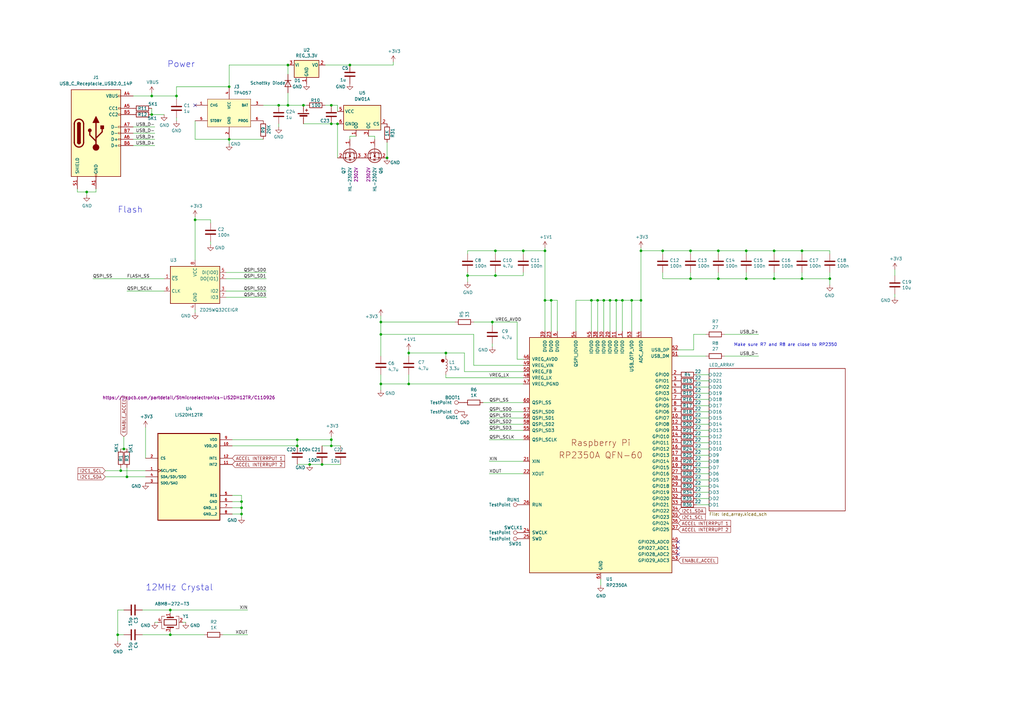
<source format=kicad_sch>
(kicad_sch (version 20231120) (generator "eeschema") (generator_version "8.0")
  (paper "A3")
  (title_block (title "RP2350A QFN-60 Minimal Design Example") (date "2024-07-01") (rev "REV3") (company "Raspberry Pi Ltd"))
  (junction (at 72.39 39.37))
  (junction (at 306.07 102.87))
  (junction (at 135.89 182.88))
  (junction (at 201.93 132.08))
  (junction (at 167.64 144.78))
  (junction (at 114.3 43.18))
  (junction (at 135.89 43.18))
  (junction (at 242.57 123.19))
  (junction (at 328.93 114.3))
  (junction (at 124.46 43.18))
  (junction (at 223.52 123.19))
  (junction (at 49.53 193.04))
  (junction (at 203.2 113.03))
  (junction (at 262.89 102.87))
  (junction (at 62.23 46.99))
  (junction (at 245.11 123.19))
  (junction (at 69.85 250.19))
  (junction (at 62.23 39.37))
  (junction (at 182.88 144.78))
  (junction (at 138.43 50.8))
  (junction (at 167.64 157.48))
  (junction (at 271.78 102.87))
  (junction (at 93.98 57.15))
  (junction (at 259.08 123.19))
  (junction (at 48.26 260.35))
  (junction (at 203.2 102.87))
  (junction (at 255.27 123.19))
  (junction (at 317.5 114.3))
  (junction (at 135.89 50.8))
  (junction (at 340.36 114.3))
  (junction (at 127 190.5))
  (junction (at 294.64 114.3))
  (junction (at 252.73 123.19))
  (junction (at 80.01 90.17))
  (junction (at 247.65 123.19))
  (junction (at 118.11 26.67))
  (junction (at 99.06 205.74))
  (junction (at 223.52 102.87))
  (junction (at 156.21 157.48))
  (junction (at 328.93 102.87))
  (junction (at 306.07 114.3))
  (junction (at 317.5 102.87))
  (junction (at 214.63 102.87))
  (junction (at 93.98 35.56))
  (junction (at 52.07 195.58))
  (junction (at 99.06 208.28))
  (junction (at 283.21 102.87))
  (junction (at 69.85 260.35))
  (junction (at 50.8 184.15))
  (junction (at 135.89 180.34))
  (junction (at 35.56 78.74))
  (junction (at 99.06 210.82))
  (junction (at 283.21 114.3))
  (junction (at 158.75 64.77))
  (junction (at 262.89 123.19))
  (junction (at 143.51 26.67))
  (junction (at 156.21 132.08))
  (junction (at 226.06 123.19))
  (junction (at 294.64 102.87))
  (junction (at 132.08 190.5))
  (junction (at 121.92 182.88))
  (junction (at 118.11 43.18))
  (junction (at 121.92 180.34))
  (junction (at 250.19 123.19))
  (junction (at 156.21 137.16))
  (junction (at 191.77 113.03))
  (no_connect (at 80.01 43.18))
  (no_connect (at 278.13 227.33))
  (no_connect (at 278.13 222.25))
  (no_connect (at 278.13 224.79))
  (wire (pts (xy 290.83 189.23) (xy 285.75 189.23)))
  (wire (pts (xy 290.83 173.99) (xy 285.75 173.99)))
  (wire (pts (xy 201.93 142.24) (xy 201.93 140.97)))
  (wire (pts (xy 99.06 205.74) (xy 95.25 205.74)))
  (wire (pts (xy 194.31 137.16) (xy 194.31 149.86)))
  (wire (pts (xy 121.92 180.34) (xy 121.92 182.88)))
  (wire (pts (xy 118.11 38.1) (xy 118.11 43.18)))
  (wire (pts (xy 203.2 102.87) (xy 214.63 102.87)))
  (wire (pts (xy 62.23 46.99) (xy 67.31 46.99)))
  (wire (pts (xy 62.23 44.45) (xy 62.23 46.99)))
  (wire (pts (xy 69.85 251.46) (xy 69.85 250.19)))
  (wire (pts (xy 283.21 104.14) (xy 283.21 102.87)))
  (wire (pts (xy 198.12 165.1) (xy 214.63 165.1)))
  (wire (pts (xy 283.21 111.76) (xy 283.21 114.3)))
  (wire (pts (xy 212.09 132.08) (xy 212.09 147.32)))
  (wire (pts (xy 80.01 49.53) (xy 80.01 57.15)))
  (wire (pts (xy 255.27 123.19) (xy 259.08 123.19)))
  (wire (pts (xy 203.2 104.14) (xy 203.2 102.87)))
  (wire (pts (xy 214.63 180.34) (xy 200.66 180.34)))
  (wire (pts (xy 203.2 113.03) (xy 214.63 113.03)))
  (wire (pts (xy 52.07 195.58) (xy 59.69 195.58)))
  (wire (pts (xy 191.77 111.76) (xy 191.77 113.03)))
  (wire (pts (xy 290.83 186.69) (xy 285.75 186.69)))
  (wire (pts (xy 62.23 38.1) (xy 62.23 39.37)))
  (wire (pts (xy 201.93 132.08) (xy 212.09 132.08)))
  (wire (pts (xy 135.89 179.07) (xy 135.89 180.34)))
  (wire (pts (xy 146.05 55.88) (xy 143.51 55.88)))
  (wire (pts (xy 294.64 104.14) (xy 294.64 102.87)))
  (wire (pts (xy 297.18 146.05) (xy 311.15 146.05)))
  (wire (pts (xy 156.21 132.08) (xy 156.21 137.16)))
  (wire (pts (xy 271.78 104.14) (xy 271.78 102.87)))
  (wire (pts (xy 69.85 260.35) (xy 83.82 260.35)))
  (wire (pts (xy 271.78 111.76) (xy 271.78 114.3)))
  (wire (pts (xy 54.61 59.69) (xy 63.5 59.69)))
  (wire (pts (xy 156.21 137.16) (xy 194.31 137.16)))
  (wire (pts (xy 31.75 78.74) (xy 35.56 78.74)))
  (wire (pts (xy 156.21 137.16) (xy 156.21 146.05)))
  (wire (pts (xy 135.89 182.88) (xy 132.08 182.88)))
  (wire (pts (xy 48.26 260.35) (xy 48.26 262.89)))
  (wire (pts (xy 247.65 135.89) (xy 247.65 123.19)))
  (wire (pts (xy 43.18 195.58) (xy 52.07 195.58)))
  (wire (pts (xy 50.8 179.07) (xy 50.8 184.15)))
  (wire (pts (xy 95.25 182.88) (xy 121.92 182.88)))
  (wire (pts (xy 138.43 43.18) (xy 138.43 45.72)))
  (wire (pts (xy 236.22 135.89) (xy 236.22 123.19)))
  (wire (pts (xy 99.06 208.28) (xy 99.06 210.82)))
  (wire (pts (xy 50.8 184.15) (xy 52.07 184.15)))
  (wire (pts (xy 52.07 119.38) (xy 67.31 119.38)))
  (wire (pts (xy 80.01 88.9) (xy 80.01 90.17)))
  (wire (pts (xy 48.26 250.19) (xy 48.26 260.35)))
  (wire (pts (xy 259.08 123.19) (xy 262.89 123.19)))
  (wire (pts (xy 52.07 191.77) (xy 52.07 195.58)))
  (wire (pts (xy 306.07 102.87) (xy 317.5 102.87)))
  (wire (pts (xy 50.8 250.19) (xy 48.26 250.19)))
  (wire (pts (xy 201.93 132.08) (xy 201.93 133.35)))
  (wire (pts (xy 317.5 114.3) (xy 306.07 114.3)))
  (wire (pts (xy 250.19 123.19) (xy 252.73 123.19)))
  (wire (pts (xy 283.21 114.3) (xy 271.78 114.3)))
  (wire (pts (xy 317.5 111.76) (xy 317.5 114.3)))
  (wire (pts (xy 127 190.5) (xy 121.92 190.5)))
  (wire (pts (xy 290.83 201.93) (xy 285.75 201.93)))
  (wire (pts (xy 223.52 102.87) (xy 223.52 123.19)))
  (wire (pts (xy 245.11 123.19) (xy 247.65 123.19)))
  (wire (pts (xy 35.56 78.74) (xy 39.37 78.74)))
  (wire (pts (xy 99.06 212.09) (xy 99.06 210.82)))
  (wire (pts (xy 250.19 135.89) (xy 250.19 123.19)))
  (wire (pts (xy 194.31 149.86) (xy 214.63 149.86)))
  (wire (pts (xy 290.83 196.85) (xy 285.75 196.85)))
  (wire (pts (xy 247.65 123.19) (xy 250.19 123.19)))
  (wire (pts (xy 72.39 40.64) (xy 72.39 39.37)))
  (wire (pts (xy 156.21 129.54) (xy 156.21 132.08)))
  (wire (pts (xy 156.21 157.48) (xy 167.64 157.48)))
  (wire (pts (xy 143.51 26.67) (xy 161.29 26.67)))
  (wire (pts (xy 283.21 102.87) (xy 294.64 102.87)))
  (wire (pts (xy 167.64 146.05) (xy 167.64 144.78)))
  (wire (pts (xy 80.01 57.15) (xy 93.98 57.15)))
  (wire (pts (xy 153.67 57.15) (xy 153.67 55.88)))
  (wire (pts (xy 290.83 166.37) (xy 285.75 166.37)))
  (wire (pts (xy 92.71 121.92) (xy 109.22 121.92)))
  (wire (pts (xy 290.83 153.67) (xy 285.75 153.67)))
  (wire (pts (xy 191.77 104.14) (xy 191.77 102.87)))
  (wire (pts (xy 156.21 153.67) (xy 156.21 157.48)))
  (wire (pts (xy 95.25 180.34) (xy 121.92 180.34)))
  (wire (pts (xy 297.18 137.16) (xy 311.15 137.16)))
  (wire (pts (xy 214.63 152.4) (xy 190.5 152.4)))
  (wire (pts (xy 50.8 184.15) (xy 49.53 184.15)))
  (wire (pts (xy 80.01 127) (xy 80.01 128.27)))
  (wire (pts (xy 290.83 161.29) (xy 285.75 161.29)))
  (wire (pts (xy 223.52 123.19) (xy 223.52 135.89)))
  (wire (pts (xy 262.89 123.19) (xy 262.89 135.89)))
  (wire (pts (xy 158.75 58.42) (xy 158.75 64.77)))
  (wire (pts (xy 290.83 191.77) (xy 285.75 191.77)))
  (wire (pts (xy 167.64 143.51) (xy 167.64 144.78)))
  (wire (pts (xy 290.83 176.53) (xy 285.75 176.53)))
  (wire (pts (xy 91.44 260.35) (xy 101.6 260.35)))
  (wire (pts (xy 58.42 260.35) (xy 69.85 260.35)))
  (wire (pts (xy 167.64 157.48) (xy 214.63 157.48)))
  (wire (pts (xy 156.21 157.48) (xy 156.21 160.02)))
  (wire (pts (xy 50.8 260.35) (xy 48.26 260.35)))
  (wire (pts (xy 127 190.5) (xy 132.08 190.5)))
  (wire (pts (xy 156.21 132.08) (xy 186.69 132.08)))
  (wire (pts (xy 93.98 59.055) (xy 93.98 57.15)))
  (wire (pts (xy 191.77 113.03) (xy 191.77 115.57)))
  (wire (pts (xy 252.73 123.19) (xy 255.27 123.19)))
  (wire (pts (xy 38.1 114.3) (xy 67.31 114.3)))
  (wire (pts (xy 133.35 26.67) (xy 143.51 26.67)))
  (wire (pts (xy 203.2 111.76) (xy 203.2 113.03)))
  (wire (pts (xy 317.5 102.87) (xy 328.93 102.87)))
  (wire (pts (xy 132.08 190.5) (xy 139.7 190.5)))
  (wire (pts (xy 99.06 210.82) (xy 95.25 210.82)))
  (wire (pts (xy 95.25 208.28) (xy 99.06 208.28)))
  (wire (pts (xy 80.01 90.17) (xy 80.01 106.68)))
  (wire (pts (xy 340.36 111.76) (xy 340.36 114.3)))
  (wire (pts (xy 124.46 43.18) (xy 125.73 43.18)))
  (wire (pts (xy 114.3 50.8) (xy 114.3 52.07)))
  (wire (pts (xy 107.95 43.18) (xy 114.3 43.18)))
  (wire (pts (xy 92.71 119.38) (xy 109.22 119.38)))
  (wire (pts (xy 200.66 189.23) (xy 214.63 189.23)))
  (wire (pts (xy 246.38 237.49) (xy 246.38 240.03)))
  (wire (pts (xy 200.66 173.99) (xy 214.63 173.99)))
  (wire (pts (xy 63.5 255.27) (xy 64.77 255.27)))
  (wire (pts (xy 72.39 48.26) (xy 72.39 49.53)))
  (wire (pts (xy 95.25 203.2) (xy 99.06 203.2)))
  (wire (pts (xy 228.6 123.19) (xy 228.6 135.89)))
  (wire (pts (xy 242.57 135.89) (xy 242.57 123.19)))
  (wire (pts (xy 49.53 191.77) (xy 49.53 193.04)))
  (wire (pts (xy 191.77 102.87) (xy 203.2 102.87)))
  (wire (pts (xy 290.83 184.15) (xy 285.75 184.15)))
  (wire (pts (xy 190.5 152.4) (xy 190.5 144.78)))
  (wire (pts (xy 54.61 57.15) (xy 63.5 57.15)))
  (wire (pts (xy 86.36 90.17) (xy 80.01 90.17)))
  (wire (pts (xy 290.83 171.45) (xy 285.75 171.45)))
  (wire (pts (xy 328.93 104.14) (xy 328.93 102.87)))
  (wire (pts (xy 200.66 168.91) (xy 214.63 168.91)))
  (wire (pts (xy 284.48 137.16) (xy 284.48 143.51)))
  (wire (pts (xy 290.83 207.01) (xy 285.75 207.01)))
  (wire (pts (xy 306.07 111.76) (xy 306.07 114.3)))
  (wire (pts (xy 262.89 101.6) (xy 262.89 102.87)))
  (wire (pts (xy 306.07 104.14) (xy 306.07 102.87)))
  (wire (pts (xy 194.31 132.08) (xy 201.93 132.08)))
  (wire (pts (xy 200.66 171.45) (xy 214.63 171.45)))
  (wire (pts (xy 200.66 176.53) (xy 214.63 176.53)))
  (wire (pts (xy 317.5 104.14) (xy 317.5 102.87)))
  (wire (pts (xy 93.98 35.56) (xy 93.98 26.67)))
  (wire (pts (xy 93.98 35.56) (xy 72.39 35.56)))
  (wire (pts (xy 31.75 77.47) (xy 31.75 78.74)))
  (wire (pts (xy 328.93 114.3) (xy 317.5 114.3)))
  (wire (pts (xy 86.36 91.44) (xy 86.36 90.17)))
  (wire (pts (xy 367.03 110.49) (xy 367.03 113.03)))
  (wire (pts (xy 214.63 102.87) (xy 223.52 102.87)))
  (wire (pts (xy 294.64 102.87) (xy 306.07 102.87)))
  (wire (pts (xy 290.83 179.07) (xy 285.75 179.07)))
  (wire (pts (xy 306.07 114.3) (xy 294.64 114.3)))
  (wire (pts (xy 93.98 26.67) (xy 118.11 26.67)))
  (wire (pts (xy 262.89 102.87) (xy 271.78 102.87)))
  (wire (pts (xy 182.88 154.94) (xy 214.63 154.94)))
  (wire (pts (xy 167.64 153.67) (xy 167.64 157.48)))
  (wire (pts (xy 167.64 144.78) (xy 182.88 144.78)))
  (wire (pts (xy 39.37 77.47) (xy 39.37 78.74)))
  (wire (pts (xy 121.92 180.34) (xy 135.89 180.34)))
  (wire (pts (xy 294.64 111.76) (xy 294.64 114.3)))
  (wire (pts (xy 284.48 137.16) (xy 289.56 137.16)))
  (wire (pts (xy 226.06 123.19) (xy 228.6 123.19)))
  (wire (pts (xy 74.93 255.27) (xy 76.2 255.27)))
  (wire (pts (xy 290.83 194.31) (xy 285.75 194.31)))
  (wire (pts (xy 72.39 35.56) (xy 72.39 39.37)))
  (wire (pts (xy 245.11 135.89) (xy 245.11 123.19)))
  (wire (pts (xy 259.08 135.89) (xy 259.08 123.19)))
  (wire (pts (xy 59.69 175.26) (xy 59.69 187.96)))
  (wire (pts (xy 133.35 43.18) (xy 135.89 43.18)))
  (wire (pts (xy 223.52 101.6) (xy 223.52 102.87)))
  (wire (pts (xy 328.93 114.3) (xy 340.36 114.3)))
  (wire (pts (xy 118.11 26.67) (xy 118.11 30.48)))
  (wire (pts (xy 340.36 114.3) (xy 340.36 116.84)))
  (wire (pts (xy 290.83 158.75) (xy 285.75 158.75)))
  (wire (pts (xy 182.88 154.94) (xy 182.88 153.67)))
  (wire (pts (xy 135.89 180.34) (xy 135.89 182.88)))
  (wire (pts (xy 290.83 181.61) (xy 285.75 181.61)))
  (wire (pts (xy 35.56 78.74) (xy 35.56 80.01)))
  (wire (pts (xy 328.93 102.87) (xy 340.36 102.87)))
  (wire (pts (xy 290.83 156.21) (xy 285.75 156.21)))
  (wire (pts (xy 99.06 203.2) (xy 99.06 205.74)))
  (wire (pts (xy 242.57 123.19) (xy 245.11 123.19)))
  (wire (pts (xy 290.83 168.91) (xy 285.75 168.91)))
  (wire (pts (xy 135.89 182.88) (xy 139.7 182.88)))
  (wire (pts (xy 252.73 135.89) (xy 252.73 123.19)))
  (wire (pts (xy 135.89 50.8) (xy 138.43 50.8)))
  (wire (pts (xy 182.88 144.78) (xy 182.88 146.05)))
  (wire (pts (xy 99.06 205.74) (xy 99.06 208.28)))
  (wire (pts (xy 290.83 163.83) (xy 285.75 163.83)))
  (wire (pts (xy 214.63 104.14) (xy 214.63 102.87)))
  (wire (pts (xy 278.13 143.51) (xy 284.48 143.51)))
  (wire (pts (xy 118.11 43.18) (xy 124.46 43.18)))
  (wire (pts (xy 294.64 114.3) (xy 283.21 114.3)))
  (wire (pts (xy 191.77 113.03) (xy 203.2 113.03)))
  (wire (pts (xy 161.29 26.67) (xy 161.29 25.4)))
  (wire (pts (xy 236.22 123.19) (xy 242.57 123.19)))
  (wire (pts (xy 62.23 39.37) (xy 72.39 39.37)))
  (wire (pts (xy 49.53 193.04) (xy 59.69 193.04)))
  (wire (pts (xy 54.61 39.37) (xy 62.23 39.37)))
  (wire (pts (xy 226.06 123.19) (xy 223.52 123.19)))
  (wire (pts (xy 255.27 123.19) (xy 255.27 135.89)))
  (wire (pts (xy 69.85 250.19) (xy 101.6 250.19)))
  (wire (pts (xy 93.98 57.15) (xy 107.95 57.15)))
  (wire (pts (xy 153.67 55.88) (xy 151.13 55.88)))
  (wire (pts (xy 278.13 146.05) (xy 289.56 146.05)))
  (wire (pts (xy 190.5 144.78) (xy 182.88 144.78)))
  (wire (pts (xy 54.61 54.61) (xy 63.5 54.61)))
  (wire (pts (xy 69.85 259.08) (xy 69.85 260.35)))
  (wire (pts (xy 138.43 50.8) (xy 138.43 64.77)))
  (wire (pts (xy 262.89 102.87) (xy 262.89 123.19)))
  (wire (pts (xy 124.46 50.8) (xy 135.89 50.8)))
  (wire (pts (xy 212.09 147.32) (xy 214.63 147.32)))
  (wire (pts (xy 43.18 193.04) (xy 49.53 193.04)))
  (wire (pts (xy 367.03 120.65) (xy 367.03 121.92)))
  (wire (pts (xy 135.89 43.18) (xy 138.43 43.18)))
  (wire (pts (xy 92.71 111.76) (xy 109.22 111.76)))
  (wire (pts (xy 271.78 102.87) (xy 283.21 102.87)))
  (wire (pts (xy 290.83 204.47) (xy 285.75 204.47)))
  (wire (pts (xy 214.63 194.31) (xy 200.66 194.31)))
  (wire (pts (xy 114.3 43.18) (xy 118.11 43.18)))
  (wire (pts (xy 340.36 104.14) (xy 340.36 102.87)))
  (wire (pts (xy 143.51 55.88) (xy 143.51 57.15)))
  (wire (pts (xy 58.42 250.19) (xy 69.85 250.19)))
  (wire (pts (xy 92.71 114.3) (xy 109.22 114.3)))
  (wire (pts (xy 54.61 52.07) (xy 63.5 52.07)))
  (wire (pts (xy 290.83 199.39) (xy 285.75 199.39)))
  (wire (pts (xy 214.63 113.03) (xy 214.63 111.76)))
  (wire (pts (xy 226.06 135.89) (xy 226.06 123.19)))
  (wire (pts (xy 328.93 111.76) (xy 328.93 114.3)))
  (wire (pts (xy 86.36 99.06) (xy 86.36 100.33)))
  (circle (center 181.61 147.955) (radius 0.635) (stroke (width 0) (color 132 0 0 1)) (fill (type color) (color 132 0 0 1)))
  (text "Flash" (at 48.26 87.63 0) (effects (font (size 2.54 2.54)) (justify left bottom)))
  (text "Make sure R7 and R8 are close to RP2350\n" (at 300.99 142.24 0) (effects (font (size 1.27 1.27)) (justify left bottom)))
  (text "12MHz Crystal" (at 59.69 242.57 0) (effects (font (size 2.54 2.54)) (justify left bottom)))
  (text "Power" (at 68.58 27.94 0) (effects (font (size 2.54 2.54)) (justify left bottom)))
  (label "XIN" (at 200.66 189.23 0))
  (label "USB_D+" (at 311.15 137.16 180))
  (label "QSPI_SS" (at 38.1 114.3 0))
  (label "XOUT" (at 200.66 194.31 0))
  (label "USB_D+" (at 63.5 59.69 180))
  (label "QSPI_SD2" (at 109.22 119.38 180))
  (label "FLASH_SS" (at 52.07 114.3 0))
  (label "QSPI_SD0" (at 200.66 168.91 0))
  (label "QSPI_SD0" (at 109.22 111.76 180))
  (label "USB_D+" (at 63.5 57.15 180))
  (label "QSPI_SS" (at 200.66 165.1 0))
  (label "USB_D-" (at 63.5 54.61 180))
  (label "QSPI_SD3" (at 109.22 121.92 180))
  (label "XOUT" (at 101.6 260.35 180))
  (label "QSPI_SD2" (at 200.66 173.99 0))
  (label "USB_D-" (at 63.5 52.07 180))
  (label "USB_D-" (at 311.15 146.05 180))
  (label "XIN" (at 101.6 250.19 180))
  (label "VREG_AVDD" (at 203.2 132.08 0))
  (label "QSPI_SD1" (at 200.66 171.45 0))
  (label "QSPI_SCLK" (at 200.66 180.34 0))
  (label "QSPI_SCLK" (at 52.07 119.38 0))
  (label "QSPI_SD1" (at 109.22 114.3 180))
  (label "VREG_LX" (at 200.66 154.94 0))
  (label "QSPI_SD3" (at 200.66 176.53 0))
  (global_label "ENABLE_ACCEL" (shape input) (at 50.8 179.07 90) (property "Intersheetrefs" "${INTERSHEET_REFS}" (effects (hide yes))))
  (global_label "ACCEL INTERRPUT 1" (shape input) (at 95.25 187.96 0) (property "Intersheetrefs" "${INTERSHEET_REFS}" (effects (hide yes))))
  (global_label "ACCEL INTERRUPT 2" (shape input) (at 278.13 217.17 0) (property "Intersheetrefs" "${INTERSHEET_REFS}" (effects (hide yes))))
  (global_label "ACCEL INTERRUPT 2" (shape input) (at 95.25 190.5 0) (property "Intersheetrefs" "${INTERSHEET_REFS}" (effects (hide yes))))
  (global_label "I2C1_SDA" (shape input) (at 278.13 209.55 0) (property "Intersheetrefs" "${INTERSHEET_REFS}" (effects (hide yes))))
  (global_label "I2C1_SCL" (shape input) (at 278.13 212.09 0) (property "Intersheetrefs" "${INTERSHEET_REFS}" (effects (hide yes))))
  (global_label "I2C1_SCL" (shape input) (at 43.18 193.04 180) (property "Intersheetrefs" "${INTERSHEET_REFS}" (effects (hide yes))))
  (global_label "ENABLE_ACCEL" (shape input) (at 278.13 229.87 0) (property "Intersheetrefs" "${INTERSHEET_REFS}" (effects (hide yes))))
  (global_label "I2C1_SDA" (shape input) (at 43.18 195.58 180) (property "Intersheetrefs" "${INTERSHEET_REFS}" (effects (hide yes))))
  (global_label "ACCEL INTERRPUT 1" (shape input) (at 278.13 214.63 0) (property "Intersheetrefs" "${INTERSHEET_REFS}" (effects (hide yes))))
  (symbol (lib_id "Memory_Flash:W25Q128JVS") (at 80.01 116.84 0) (unit 1)
    (property "Reference" "U3" (at 71.12 106.68 0))
    (property "Value" "ZD25WQ32CEIGR" (at 89.789 127.127 0))
    (property "Footprint" "Package_SON:Winbond_USON-8-1EP_3x2mm_P0.5mm_EP0.2x1.6mm" (effects (hide yes)))
    (property "Datasheet" "https://jlcpcb.com/api/file/downloadByFileSystemAccessId/8589838983019995136" (effects (hide yes)))
    (property "Description" "4MB Flash" (effects (hide yes)))
    (property "Part Number" " ZD25WQ32CEIGR" (effects (hide yes)))
    (property "Vendor" "JLCPCB" (effects (hide yes)))
    (property "Price" ".2621" (effects (hide yes)))
    (property "Package" "USON-8(2x3)" (effects (hide yes)))
    (property "Website" "https://jlcpcb.com/partdetail/Zetta-ZD25WQ32CEIGR/C5258281" (effects (hide yes)))
    (property "Notes" "1.65V-3.6V 104MHz" (effects (hide yes)))
    (property "1000 Price" ".1466" (effects (hide yes)))
    (property "Vendor PN" "C5258281" (effects (hide yes)))
    (property "Manufacturer" "Zetta" (effects (hide yes)))
  )
  (symbol (lib_id "power:+3V3") (at 80.01 88.9 0) (unit 1)
    (property "Reference" "#PWR04" (effects (hide yes)))
    (property "Value" "+3V3" (at 80.391 84.5058 0))
  )
  (symbol (lib_id "power:GND") (at 80.01 128.27 0) (unit 1)
    (property "Reference" "#PWR05" (effects (hide yes)))
    (property "Value" "GND" (at 76.2 129.54 0))
  )
  (symbol (lib_id "Device:C") (at 86.36 95.25 0) (unit 1)
    (property "Reference" "C2" (at 89.281 94.0816 0) (effects (justify left)))
    (property "Value" "100n" (at 89.281 96.393 0) (effects (justify left)))
    (property "Footprint" "user_footprints:C_0402_1005Metric_small_pads" (effects (hide yes)))
    (property "Datasheet" "https://jlcpcb.com/api/file/downloadByFileSystemAccessId/8590272703061401600" (effects (hide yes)))
    (property "Package" "0402" (effects (hide yes)))
    (property "1000 Price" ".004" (effects (hide yes)))
    (property "Manufacturer" "FOJAN" (effects (hide yes)))
    (property "Notes" "16V 10%" (effects (hide yes)))
    (property "Part Number" "FCC0402B104K160AT" (effects (hide yes)))
    (property "Price" ".0008" (effects (hide yes)))
    (property "Vendor" "JLCPCB" (effects (hide yes)))
    (property "Website" "https://jlcpcb.com/partdetail/Fojan-FCC0402B104K160AT/C5137468" (effects (hide yes)))
    (property "Vendor PN" "C5137468" (effects (hide yes)))
  )
  (symbol (lib_id "power:GND") (at 86.36 100.33 0) (unit 1)
    (property "Reference" "#PWR06" (effects (hide yes)))
    (property "Value" "GND" (at 90.17 101.6 0))
  )
  (symbol (lib_id "power:GND") (at 246.38 240.03 0) (unit 1)
    (property "Reference" "#PWR021" (effects (hide yes)))
    (property "Value" "GND" (at 246.507 244.4242 0))
  )
  (symbol (lib_id "Device:R") (at 293.37 137.16 270) (unit 1)
    (property "Reference" "R7" (at 293.37 131.9022 90))
    (property "Value" "27" (at 293.37 134.2136 90))
    (property "Footprint" "Resistor_SMD:R_0402_1005Metric" (effects (hide yes)))
    (property "Datasheet" "https://jlcpcb.com/api/file/downloadByFileSystemAccessId/8590208067418816512" (effects (hide yes)))
    (property "Manufacturer" "UNI-ROYAL" (effects (hide yes)))
    (property "Notes" "62.5mW 50V 5%" (effects (hide yes)))
    (property "Package" "0402" (effects (hide yes)))
    (property "Part Number" "0402WGJ0100TCE" (effects (hide yes)))
    (property "Price" ".0005" (effects (hide yes)))
    (property "Vendor" "JLCPCB" (effects (hide yes)))
    (property "Website" "https://jlcpcb.com/partdetail/Fojan-FRC0402F27R0TS/C2909343" (effects (hide yes)))
    (property "1000 Price" ".0003" (effects (hide yes)))
    (property "Vendor PN" "C2909343" (effects (hide yes)))
  )
  (symbol (lib_id "Device:R") (at 293.37 146.05 270) (unit 1)
    (property "Reference" "R8" (at 293.37 140.7922 90))
    (property "Value" "27" (at 293.37 143.1036 90))
    (property "Footprint" "Resistor_SMD:R_0402_1005Metric" (effects (hide yes)))
    (property "Datasheet" "https://jlcpcb.com/api/file/downloadByFileSystemAccessId/8590208067418816512" (effects (hide yes)))
    (property "Manufacturer" "UNI-ROYAL" (effects (hide yes)))
    (property "Notes" "62.5mW 50V 5%" (effects (hide yes)))
    (property "Package" "0402" (effects (hide yes)))
    (property "Part Number" "0402WGJ0100TCE" (effects (hide yes)))
    (property "Price" ".0005" (effects (hide yes)))
    (property "Vendor" "JLCPCB" (effects (hide yes)))
    (property "Website" "https://jlcpcb.com/partdetail/Fojan-FRC0402F27R0TS/C2909343" (effects (hide yes)))
    (property "1000 Price" ".0003" (effects (hide yes)))
    (property "Vendor PN" "C2909343" (effects (hide yes)))
  )
  (symbol (lib_id "power:+3V3") (at 262.89 101.6 0) (unit 1)
    (property "Reference" "#PWR022" (effects (hide yes)))
    (property "Value" "+3V3" (at 263.271 97.2058 0))
  )
  (symbol (lib_id "Device:C") (at 271.78 107.95 0) (unit 1)
    (property "Reference" "C12" (at 274.701 106.7816 0) (effects (justify left)))
    (property "Value" "100n" (at 274.701 109.093 0) (effects (justify left)))
    (property "Footprint" "user_footprints:C_0402_1005Metric_small_pads" (effects (hide yes)))
    (property "Datasheet" "https://jlcpcb.com/api/file/downloadByFileSystemAccessId/8590272703061401600" (effects (hide yes)))
    (property "Package" "0402" (effects (hide yes)))
    (property "1000 Price" ".004" (effects (hide yes)))
    (property "Manufacturer" "FOJAN" (effects (hide yes)))
    (property "Notes" "16V 10%" (effects (hide yes)))
    (property "Part Number" "FCC0402B104K160AT" (effects (hide yes)))
    (property "Price" ".0008" (effects (hide yes)))
    (property "Vendor" "JLCPCB" (effects (hide yes)))
    (property "Website" "https://jlcpcb.com/partdetail/Fojan-FCC0402B104K160AT/C5137468" (effects (hide yes)))
    (property "Vendor PN" "C5137468" (effects (hide yes)))
  )
  (symbol (lib_id "Device:C") (at 283.21 107.95 0) (unit 1)
    (property "Reference" "C13" (at 286.131 106.7816 0) (effects (justify left)))
    (property "Value" "100n" (at 286.131 109.093 0) (effects (justify left)))
    (property "Footprint" "user_footprints:C_0402_1005Metric_small_pads" (effects (hide yes)))
    (property "Datasheet" "https://jlcpcb.com/api/file/downloadByFileSystemAccessId/8590272703061401600" (effects (hide yes)))
    (property "Package" "0402" (effects (hide yes)))
    (property "1000 Price" ".004" (effects (hide yes)))
    (property "Manufacturer" "FOJAN" (effects (hide yes)))
    (property "Notes" "16V 10%" (effects (hide yes)))
    (property "Part Number" "FCC0402B104K160AT" (effects (hide yes)))
    (property "Price" ".0008" (effects (hide yes)))
    (property "Vendor" "JLCPCB" (effects (hide yes)))
    (property "Website" "https://jlcpcb.com/partdetail/Fojan-FCC0402B104K160AT/C5137468" (effects (hide yes)))
    (property "Vendor PN" "C5137468" (effects (hide yes)))
  )
  (symbol (lib_id "Device:C") (at 294.64 107.95 0) (unit 1)
    (property "Reference" "C14" (at 297.561 106.7816 0) (effects (justify left)))
    (property "Value" "100n" (at 297.561 109.093 0) (effects (justify left)))
    (property "Footprint" "user_footprints:C_0402_1005Metric_small_pads" (effects (hide yes)))
    (property "Datasheet" "https://jlcpcb.com/api/file/downloadByFileSystemAccessId/8590272703061401600" (effects (hide yes)))
    (property "Package" "0402" (effects (hide yes)))
    (property "1000 Price" ".004" (effects (hide yes)))
    (property "Manufacturer" "FOJAN" (effects (hide yes)))
    (property "Notes" "16V 10%" (effects (hide yes)))
    (property "Part Number" "FCC0402B104K160AT" (effects (hide yes)))
    (property "Price" ".0008" (effects (hide yes)))
    (property "Vendor" "JLCPCB" (effects (hide yes)))
    (property "Website" "https://jlcpcb.com/partdetail/Fojan-FCC0402B104K160AT/C5137468" (effects (hide yes)))
    (property "Vendor PN" "C5137468" (effects (hide yes)))
  )
  (symbol (lib_id "Device:C") (at 306.07 107.95 0) (unit 1)
    (property "Reference" "C15" (at 308.991 106.7816 0) (effects (justify left)))
    (property "Value" "100n" (at 308.991 109.093 0) (effects (justify left)))
    (property "Footprint" "user_footprints:C_0402_1005Metric_small_pads" (effects (hide yes)))
    (property "Datasheet" "https://jlcpcb.com/api/file/downloadByFileSystemAccessId/8590272703061401600" (effects (hide yes)))
    (property "Package" "0402" (effects (hide yes)))
    (property "1000 Price" ".004" (effects (hide yes)))
    (property "Manufacturer" "FOJAN" (effects (hide yes)))
    (property "Notes" "16V 10%" (effects (hide yes)))
    (property "Part Number" "FCC0402B104K160AT" (effects (hide yes)))
    (property "Price" ".0008" (effects (hide yes)))
    (property "Vendor" "JLCPCB" (effects (hide yes)))
    (property "Website" "https://jlcpcb.com/partdetail/Fojan-FCC0402B104K160AT/C5137468" (effects (hide yes)))
    (property "Vendor PN" "C5137468" (effects (hide yes)))
  )
  (symbol (lib_id "Device:C") (at 317.5 107.95 0) (unit 1)
    (property "Reference" "C16" (at 320.421 106.7816 0) (effects (justify left)))
    (property "Value" "100n" (at 320.421 109.093 0) (effects (justify left)))
    (property "Footprint" "user_footprints:C_0402_1005Metric_small_pads" (effects (hide yes)))
    (property "Datasheet" "https://jlcpcb.com/api/file/downloadByFileSystemAccessId/8590272703061401600" (effects (hide yes)))
    (property "Package" "0402" (effects (hide yes)))
    (property "1000 Price" ".004" (effects (hide yes)))
    (property "Manufacturer" "FOJAN" (effects (hide yes)))
    (property "Notes" "16V 10%" (effects (hide yes)))
    (property "Part Number" "FCC0402B104K160AT" (effects (hide yes)))
    (property "Price" ".0008" (effects (hide yes)))
    (property "Vendor" "JLCPCB" (effects (hide yes)))
    (property "Website" "https://jlcpcb.com/partdetail/Fojan-FCC0402B104K160AT/C5137468" (effects (hide yes)))
    (property "Vendor PN" "C5137468" (effects (hide yes)))
  )
  (symbol (lib_id "Device:C") (at 328.93 107.95 0) (unit 1)
    (property "Reference" "C17" (at 331.851 106.7816 0) (effects (justify left)))
    (property "Value" "100n" (at 331.851 109.093 0) (effects (justify left)))
    (property "Footprint" "user_footprints:C_0402_1005Metric_small_pads" (effects (hide yes)))
    (property "Datasheet" "https://jlcpcb.com/api/file/downloadByFileSystemAccessId/8590272703061401600" (effects (hide yes)))
    (property "Package" "0402" (effects (hide yes)))
    (property "1000 Price" ".004" (effects (hide yes)))
    (property "Manufacturer" "FOJAN" (effects (hide yes)))
    (property "Notes" "16V 10%" (effects (hide yes)))
    (property "Part Number" "FCC0402B104K160AT" (effects (hide yes)))
    (property "Price" ".0008" (effects (hide yes)))
    (property "Vendor" "JLCPCB" (effects (hide yes)))
    (property "Website" "https://jlcpcb.com/partdetail/Fojan-FCC0402B104K160AT/C5137468" (effects (hide yes)))
    (property "Vendor PN" "C5137468" (effects (hide yes)))
  )
  (symbol (lib_id "Regulator_Linear:NCP1117-3.3_SOT223") (at 125.73 26.67 0) (unit 1)
    (property "Reference" "U2" (at 125.73 20.5232 0))
    (property "Value" "REG_3.3V" (at 125.73 22.8346 0))
    (property "Footprint" "Package_TO_SOT_SMD:SOT-23" (effects (hide yes)))
    (property "Datasheet" "https://jlcpcb.com/api/file/downloadByFileSystemAccessId/8590454499069222913" (effects (hide yes)))
    (property "Description" "3V3 Linear Regulator" (effects (hide yes)))
    (property "Website" "https://jlcpcb.com/partdetail/Msksemi-XC6206P332MRMS/C5252899" (effects (hide yes)))
    (property "Price" ".0123" (effects (hide yes)))
    (property "Vendor" "JLCPCB" (effects (hide yes)))
    (property "Part Number" "XC6206P332MR-MS" (effects (hide yes)))
    (property "Notes" "3.3V 250mA" (effects (hide yes)))
    (property "Package" "SOT-23" (effects (hide yes)))
    (property "1000 Price" ".0092" (effects (hide yes)))
    (property "Vendor PN" " C5252899" (effects (hide yes)))
    (property "Manufacturer" "MSKSEMI" (effects (hide yes)))
  )
  (symbol (lib_id "power:VBUS") (at 62.23 38.1 0) (unit 1)
    (property "Reference" "#PWR0101" (effects (hide yes)))
    (property "Value" "VBUS" (at 62.611 33.7058 0))
  )
  (symbol (lib_id "power:GND") (at 125.73 34.29 0) (unit 1)
    (property "Reference" "#PWR08" (effects (hide yes)))
    (property "Value" "GND" (at 121.92 35.56 0))
  )
  (symbol (lib_id "power:+3V3") (at 161.29 25.4 0) (unit 1)
    (property "Reference" "#PWR010" (effects (hide yes)))
    (property "Value" "+3V3" (at 161.671 21.0058 0))
  )
  (symbol (lib_id "Device:C") (at 72.39 44.45 0) (unit 1)
    (property "Reference" "C1" (at 75.311 43.2816 0) (effects (justify left)))
    (property "Value" "1u" (at 75.311 45.593 0) (effects (justify left)))
    (property "Footprint" "user_footprints:C_0402_1005Metric_small_pads" (effects (hide yes)))
    (property "Datasheet" "https://jlcpcb.com/api/file/downloadByFileSystemAccessId/8590204865961369600" (effects (hide yes)))
    (property "1000 Price" ".0010" (effects (hide yes)))
    (property "Manufacturer" "CCTC" (effects (hide yes)))
    (property "Notes" "6.3V 20%" (effects (hide yes)))
    (property "Package" "0402" (effects (hide yes)))
    (property "Part Number" "TCC0402X5R105M6R3AT" (effects (hide yes)))
    (property "Price" ".0014" (effects (hide yes)))
    (property "Vendor" "JLCPCB" (effects (hide yes)))
    (property "Website" "https://jlcpcb.com/partdetail/Cctc-TCC0402X5R105M6R3AT/C2887021" (effects (hide yes)))
    (property "Vendor PN" " C2887021" (effects (hide yes)))
  )
  (symbol (lib_id "Device:C") (at 143.51 30.48 0) (unit 1)
    (property "Reference" "C5" (at 140.208 27.94 0) (effects (justify left)))
    (property "Value" "1u" (at 139.446 32.766 0) (effects (justify left)))
    (property "Footprint" "user_footprints:C_0402_1005Metric_small_pads" (effects (hide yes)))
    (property "Datasheet" "https://jlcpcb.com/api/file/downloadByFileSystemAccessId/8590204865961369600" (effects (hide yes)))
    (property "1000 Price" ".0010" (effects (hide yes)))
    (property "Manufacturer" "CCTC" (effects (hide yes)))
    (property "Notes" "6.3V 20%" (effects (hide yes)))
    (property "Package" "0402" (effects (hide yes)))
    (property "Part Number" "TCC0402X5R105M6R3AT" (effects (hide yes)))
    (property "Price" ".0014" (effects (hide yes)))
    (property "Vendor" "JLCPCB" (effects (hide yes)))
    (property "Website" "https://jlcpcb.com/partdetail/Cctc-TCC0402X5R105M6R3AT/C2887021" (effects (hide yes)))
    (property "Vendor PN" " C2887021" (effects (hide yes)))
  )
  (symbol (lib_id "power:GND") (at 72.39 49.53 0) (unit 1)
    (property "Reference" "#PWR03" (effects (hide yes)))
    (property "Value" "GND" (at 72.39 53.594 0))
  )
  (symbol (lib_id "power:GND") (at 143.51 34.29 0) (unit 1)
    (property "Reference" "#PWR011" (effects (hide yes)))
    (property "Value" "GND" (at 139.7 35.56 0))
  )
  (symbol (lib_id "power:+3V3") (at 367.03 110.49 0) (unit 1)
    (property "Reference" "#PWR027" (effects (hide yes)))
    (property "Value" "+3V3" (at 367.411 106.0958 0))
  )
  (symbol (lib_id "Device:C") (at 367.03 116.84 0) (unit 1)
    (property "Reference" "C19" (at 369.951 115.6716 0) (effects (justify left)))
    (property "Value" "10u" (at 369.951 117.983 0) (effects (justify left)))
    (property "Footprint" "user_footprints:C_0402_1005Metric_small_pads" (effects (hide yes)))
    (property "Datasheet" "https://jlcpcb.com/api/file/downloadByFileSystemAccessId/8588932963417395200" (effects (hide yes)))
    (property "Notes" "6.3V 20%" (effects (hide yes)))
    (property "Package" "0402" (effects (hide yes)))
    (property "Part Number" "GRM155R60J106ME44D" (effects (hide yes)))
    (property "Price" ".0060" (effects (hide yes)))
    (property "Vendor" "JLCPCB" (effects (hide yes)))
    (property "Website" "https://jlcpcb.com/partdetail/MurataElectronics-GRM155R60J106ME44D/C76991" (effects (hide yes)))
    (property "1000 Price" ".0050" (effects (hide yes)))
    (property "Vendor PN" "C76991" (effects (hide yes)))
  )
  (symbol (lib_id "power:GND") (at 367.03 121.92 0) (unit 1)
    (property "Reference" "#PWR028" (effects (hide yes)))
    (property "Value" "GND" (at 363.22 123.19 0))
  )
  (symbol (lib_id "Device:R") (at 281.94 163.83 270) (unit 1)
    (property "Reference" "R16" (at 281.94 163.83 90))
    (property "Value" "22" (at 286.258 162.56 90))
    (property "Footprint" "Resistor_SMD:R_0402_1005Metric" (effects (hide yes)))
    (property "Datasheet" "https://jlcpcb.com/api/file/downloadByFileSystemAccessId/8579705910383595520" (effects (hide yes)))
    (property "Description" "50 Ohm Resistor" (effects (hide yes)))
    (property "Website" "https://jlcpcb.com/partdetail/25835-0402WGF220JTCE/C25092" (effects (hide yes)))
    (property "Vendor" "JLCPCB" (effects (hide yes)))
    (property "Price" ".0005" (effects (hide yes)))
    (property "Package" "0402" (effects (hide yes)))
    (property "Notes" "62.5mW 50V 1%" (effects (hide yes)))
    (property "Part Number" "0402WGF220JTCE" (effects (hide yes)))
    (property "Manufacturer" "UNI-ROYAL" (effects (hide yes)))
    (property "1000 Price" ".0004" (effects (hide yes)))
    (property "Vendor PN" " C25092" (effects (hide yes)))
  )
  (symbol (lib_id "power:+3V3") (at 156.21 129.54 0) (unit 1)
    (property "Reference" "#PWR013" (effects (hide yes)))
    (property "Value" "+3V3" (at 152.4 129.794 0))
  )
  (symbol (lib_id "Device:C") (at 114.3 46.99 0) (unit 1)
    (property "Reference" "C24" (at 117.221 45.8216 0) (effects (justify left)))
    (property "Value" "1u" (at 117.221 48.133 0) (effects (justify left)))
    (property "Footprint" "user_footprints:C_0402_1005Metric_small_pads" (effects (hide yes)))
    (property "Datasheet" "https://jlcpcb.com/api/file/downloadByFileSystemAccessId/8590204865961369600" (effects (hide yes)))
    (property "1000 Price" ".0010" (effects (hide yes)))
    (property "Manufacturer" "CCTC" (effects (hide yes)))
    (property "Notes" "6.3V 20%" (effects (hide yes)))
    (property "Package" "0402" (effects (hide yes)))
    (property "Part Number" "TCC0402X5R105M6R3AT" (effects (hide yes)))
    (property "Price" ".0014" (effects (hide yes)))
    (property "Vendor" "JLCPCB" (effects (hide yes)))
    (property "Website" "https://jlcpcb.com/partdetail/Cctc-TCC0402X5R105M6R3AT/C2887021" (effects (hide yes)))
    (property "Vendor PN" " C2887021" (effects (hide yes)))
  )
  (symbol (lib_id "Device:C") (at 214.63 107.95 0) (unit 1)
    (property "Reference" "C11" (at 217.551 106.7816 0) (effects (justify left)))
    (property "Value" "100n" (at 217.551 109.093 0) (effects (justify left)))
    (property "Footprint" "user_footprints:C_0402_1005Metric_small_pads" (effects (hide yes)))
    (property "Datasheet" "https://jlcpcb.com/api/file/downloadByFileSystemAccessId/8590272703061401600" (effects (hide yes)))
    (property "Package" "0402" (effects (hide yes)))
    (property "1000 Price" ".004" (effects (hide yes)))
    (property "Manufacturer" "FOJAN" (effects (hide yes)))
    (property "Notes" "16V 10%" (effects (hide yes)))
    (property "Part Number" "FCC0402B104K160AT" (effects (hide yes)))
    (property "Price" ".0008" (effects (hide yes)))
    (property "Vendor" "JLCPCB" (effects (hide yes)))
    (property "Website" "https://jlcpcb.com/partdetail/Fojan-FCC0402B104K160AT/C5137468" (effects (hide yes)))
    (property "Vendor PN" "C5137468" (effects (hide yes)))
  )
  (symbol (lib_id "Device:C") (at 135.89 46.99 0) (unit 1)
    (property "Reference" "C23" (at 131.318 49.53 0) (effects (justify left)))
    (property "Value" "100n" (effects (hide yes)))
    (property "Footprint" "user_footprints:C_0402_1005Metric_small_pads" (effects (hide yes)))
    (property "Datasheet" "https://jlcpcb.com/api/file/downloadByFileSystemAccessId/8590272703061401600" (effects (hide yes)))
    (property "Package" "0402" (effects (hide yes)))
    (property "1000 Price" ".004" (effects (hide yes)))
    (property "Manufacturer" "FOJAN" (effects (hide yes)))
    (property "Notes" "16V 10%" (effects (hide yes)))
    (property "Part Number" "FCC0402B104K160AT" (effects (hide yes)))
    (property "Price" ".0008" (effects (hide yes)))
    (property "Vendor" "JLCPCB" (effects (hide yes)))
    (property "Website" "https://jlcpcb.com/partdetail/Fojan-FCC0402B104K160AT/C5137468" (effects (hide yes)))
    (property "Vendor PN" "C5137468" (effects (hide yes)))
  )
  (symbol (lib_id "Device:R") (at 281.94 153.67 270) (unit 1)
    (property "Reference" "R4" (at 281.94 153.67 90))
    (property "Value" "22" (at 286.258 152.4 90))
    (property "Footprint" "Resistor_SMD:R_0402_1005Metric" (effects (hide yes)))
    (property "Datasheet" "https://jlcpcb.com/api/file/downloadByFileSystemAccessId/8579705910383595520" (effects (hide yes)))
    (property "Description" "50 Ohm Resistor" (effects (hide yes)))
    (property "Website" "https://jlcpcb.com/partdetail/25835-0402WGF220JTCE/C25092" (effects (hide yes)))
    (property "Vendor" "JLCPCB" (effects (hide yes)))
    (property "Price" ".0005" (effects (hide yes)))
    (property "Package" "0402" (effects (hide yes)))
    (property "Notes" "62.5mW 50V 1%" (effects (hide yes)))
    (property "Part Number" "0402WGF220JTCE" (effects (hide yes)))
    (property "Manufacturer" "UNI-ROYAL" (effects (hide yes)))
    (property "1000 Price" ".0004" (effects (hide yes)))
    (property "Vendor PN" " C25092" (effects (hide yes)))
  )
  (symbol (lib_id "Device:R") (at 281.94 161.29 270) (unit 1)
    (property "Reference" "R15" (at 281.94 161.29 90))
    (property "Value" "22" (at 286.258 160.02 90))
    (property "Footprint" "Resistor_SMD:R_0402_1005Metric" (effects (hide yes)))
    (property "Datasheet" "https://jlcpcb.com/api/file/downloadByFileSystemAccessId/8579705910383595520" (effects (hide yes)))
    (property "Description" "50 Ohm Resistor" (effects (hide yes)))
    (property "Website" "https://jlcpcb.com/partdetail/25835-0402WGF220JTCE/C25092" (effects (hide yes)))
    (property "Vendor" "JLCPCB" (effects (hide yes)))
    (property "Price" ".0005" (effects (hide yes)))
    (property "Package" "0402" (effects (hide yes)))
    (property "Notes" "62.5mW 50V 1%" (effects (hide yes)))
    (property "Part Number" "0402WGF220JTCE" (effects (hide yes)))
    (property "Manufacturer" "UNI-ROYAL" (effects (hide yes)))
    (property "1000 Price" ".0004" (effects (hide yes)))
    (property "Vendor PN" " C25092" (effects (hide yes)))
  )
  (symbol (lib_id "power:GND") (at 190.5 168.91 0) (unit 1)
    (property "Reference" "#PWR017" (effects (hide yes)))
    (property "Value" "GND" (at 190.627 173.3042 0))
  )
  (symbol (lib_id "Device:C") (at 132.08 186.69 180) (unit 1)
    (property "Reference" "C21" (at 131.572 184.404 0) (effects (justify left)))
    (property "Value" "100n" (at 131.318 188.722 0) (effects (justify left)))
    (property "Footprint" "user_footprints:C_0402_1005Metric_small_pads" (effects (hide yes)))
    (property "Datasheet" "https://jlcpcb.com/api/file/downloadByFileSystemAccessId/8590272703061401600" (effects (hide yes)))
    (property "Package" "0402" (effects (hide yes)))
    (property "1000 Price" ".004" (effects (hide yes)))
    (property "Manufacturer" "FOJAN" (effects (hide yes)))
    (property "Notes" "16V 10%" (effects (hide yes)))
    (property "Part Number" "FCC0402B104K160AT" (effects (hide yes)))
    (property "Price" ".0008" (effects (hide yes)))
    (property "Vendor" "JLCPCB" (effects (hide yes)))
    (property "Website" "https://jlcpcb.com/partdetail/Fojan-FCC0402B104K160AT/C5137468" (effects (hide yes)))
    (property "Vendor PN" "C5137468" (effects (hide yes)))
  )
  (symbol (lib_id "Device:R") (at 158.75 54.61 180) (unit 1)
    (property "Reference" "R31" (at 161.036 52.578 90) (effects (justify left)))
    (property "Value" "1K" (at 158.75 53.34 90) (effects (justify left)))
    (property "Footprint" "Resistor_SMD:R_0402_1005Metric" (effects (hide yes)))
    (property "Datasheet" "https://jlcpcb.com/api/file/downloadByFileSystemAccessId/8589041795842125824" (effects (hide yes)))
    (property "Part Number" "FRC0402F1001TS" (effects (hide yes)))
    (property "Website" "https://jlcpcb.com/partdetail/Fojan-FRC0402F1001TS/C2906864" (effects (hide yes)))
    (property "Vendor" "JLCPCB" (effects (hide yes)))
    (property "Price" ".0005" (effects (hide yes)))
    (property "Package" "0402" (effects (hide yes)))
    (property "Notes" "62.5mW 50V 1%" (effects (hide yes)))
    (property "Manufacturer" "FOJAN" (effects (hide yes)))
    (property "1000 Price" ".0003" (effects (hide yes)))
    (property "Vendor PN" "C2906864" (effects (hide yes)))
  )
  (symbol (lib_id "Device:R") (at 281.94 186.69 270) (unit 1)
    (property "Reference" "R25" (at 281.94 186.69 90))
    (property "Value" "22" (at 286.258 185.42 90))
    (property "Footprint" "Resistor_SMD:R_0402_1005Metric" (effects (hide yes)))
    (property "Datasheet" "https://jlcpcb.com/api/file/downloadByFileSystemAccessId/8579705910383595520" (effects (hide yes)))
    (property "Description" "50 Ohm Resistor" (effects (hide yes)))
    (property "Website" "https://jlcpcb.com/partdetail/25835-0402WGF220JTCE/C25092" (effects (hide yes)))
    (property "Vendor" "JLCPCB" (effects (hide yes)))
    (property "Price" ".0005" (effects (hide yes)))
    (property "Package" "0402" (effects (hide yes)))
    (property "Notes" "62.5mW 50V 1%" (effects (hide yes)))
    (property "Part Number" "0402WGF220JTCE" (effects (hide yes)))
    (property "Manufacturer" "UNI-ROYAL" (effects (hide yes)))
    (property "1000 Price" ".0004" (effects (hide yes)))
    (property "Vendor PN" " C25092" (effects (hide yes)))
  )
  (symbol (lib_id "power:GND") (at 201.93 142.24 0) (unit 1)
    (property "Reference" "#PWR019" (effects (hide yes)))
    (property "Value" "GND" (at 198.12 143.51 0))
  )
  (symbol (lib_id "MCU_RaspberryPi_RP2350:RP2350_60QFN") (at 246.38 186.69 0) (unit 1)
    (property "Reference" "U1" (at 248.5741 237.49 0) (effects (justify left)))
    (property "Value" "RP2350A" (at 248.5741 240.03 0) (effects (justify left)))
    (property "Footprint" "RP2350_60QFN_minimal:RP2350-QFN-60-1EP_7x7_P0.4mm_EP3.4x3.4mm_ThermalVias" (effects (hide yes)))
    (property "Datasheet" "https://jlcpcb.com/api/file/downloadByFileSystemAccessId/8562345067823054848" (effects (hide yes)))
    (property "Description" "RP2350A Microcontroller" (effects (hide yes)))
    (property "Website" "https://jlcpcb.com/partdetail/RaspberryPi-RP2350A/C42411118" (effects (hide yes)))
    (property "Vendor" "JLCPCB" (effects (hide yes)))
    (property "Part Number" "RP2350A" (effects (hide yes)))
    (property "Price" "1.683" (effects (hide yes)))
    (property "Notes" "1V8-3V3 150MHz" (effects (hide yes)))
    (property "Package" "QFN-60-EP(7x7)" (effects (hide yes)))
    (property "1000 Price" ".9915" (effects (hide yes)))
    (property "Vendor PN" "C42411118" (effects (hide yes)))
    (property "Manufacturer" "Raspberry Pi" (effects (hide yes)))
  )
  (symbol (lib_id "power:GND") (at 114.3 52.07 0) (unit 1)
    (property "Reference" "#PWR031" (effects (hide yes)))
    (property "Value" "GND" (at 114.3 56.134 0))
  )
  (symbol (lib_id "Device:C") (at 340.36 107.95 0) (unit 1)
    (property "Reference" "C18" (at 343.281 106.7816 0) (effects (justify left)))
    (property "Value" "100n" (at 343.281 109.093 0) (effects (justify left)))
    (property "Footprint" "user_footprints:C_0402_1005Metric_small_pads" (effects (hide yes)))
    (property "Datasheet" "https://jlcpcb.com/api/file/downloadByFileSystemAccessId/8590272703061401600" (effects (hide yes)))
    (property "Package" "0402" (effects (hide yes)))
    (property "1000 Price" ".004" (effects (hide yes)))
    (property "Manufacturer" "FOJAN" (effects (hide yes)))
    (property "Notes" "16V 10%" (effects (hide yes)))
    (property "Part Number" "FCC0402B104K160AT" (effects (hide yes)))
    (property "Price" ".0008" (effects (hide yes)))
    (property "Vendor" "JLCPCB" (effects (hide yes)))
    (property "Website" "https://jlcpcb.com/partdetail/Fojan-FCC0402B104K160AT/C5137468" (effects (hide yes)))
    (property "Vendor PN" "C5137468" (effects (hide yes)))
  )
  (symbol (lib_id "power:GND") (at 48.26 262.89 0) (unit 1)
    (property "Reference" "#PWR07" (effects (hide yes)))
    (property "Value" "GND" (at 48.387 267.2842 0))
  )
  (symbol (lib_id "User_Symbols:HL-2302V") (at 143.51 62.23 270) (unit 1)
    (property "Reference" "Q7" (at 140.9699 68.58 0) (effects (justify left)))
    (property "Value" "HL-2302V" (at 143.5099 68.58 0) (effects (justify left)))
    (property "Footprint" "Package_TO_SOT_SMD:SOT-23" (effects (hide yes)))
    (property "Datasheet" "https://jlcpcb.com/api/file/downloadByFileSystemAccessId/8590907421391077376" (effects (hide yes)))
    (property "Description" "0.2A Id, 200V Vds, N-Channel MOSFET, 2.6V Logic Level, TO-92" (effects (hide yes)))
    (property "Website" "https://jlcpcb.com/partdetail/Hl-2302V/C7431443" (effects (hide yes)))
    (property "Price" ".0091" (effects (hide yes)))
    (property "Vendor" "JLCPCB" (effects (hide yes)))
    (property "Notes" "N-Channel 3A Mosfet" (effects (hide yes)))
    (property "Part Number" "2302V" (at 146.0499 68.58 0) (effects (justify left)))
    (property "Manufacturer" "HL" (effects (hide yes)))
    (property "Package" "SOT-23" (effects (hide yes)))
    (property "LCSC Part Number" "C7431443" (effects (hide yes)))
    (property "1000 Price" ".0072" (effects (hide yes)))
    (property "Vendor PN" "C7431443" (effects (hide yes)))
  )
  (symbol (lib_id "Device:R") (at 58.42 44.45 90) (unit 1)
    (property "Reference" "R11" (at 58.42 44.45 90))
    (property "Value" "5K1" (at 62.738 42.672 90))
    (property "Footprint" "Resistor_SMD:R_0402_1005Metric" (effects (hide yes)))
    (property "Datasheet" "https://jlcpcb.com/api/file/downloadByFileSystemAccessId/8590201146070495232" (effects (hide yes)))
    (property "Manufacturer" "UNI-ROYAL" (effects (hide yes)))
    (property "Notes" "62.5mW 50V 1%" (effects (hide yes)))
    (property "Package" "0402" (effects (hide yes)))
    (property "Part Number" "0402WGF510KTCE" (effects (hide yes)))
    (property "Price" ".0004" (effects (hide yes)))
    (property "Vendor" "JLCPCB" (effects (hide yes)))
    (property "Website" "https://jlcpcb.com/partdetail/FOJAN-FRC0402J512TS/C2906948" (effects (hide yes)))
    (property "1000 Price" ".0003" (effects (hide yes)))
    (property "Vendor PN" "C2906948" (effects (hide yes)))
  )
  (symbol (lib_id "Device:R") (at 194.31 165.1 270) (unit 1)
    (property "Reference" "R6" (at 194.31 159.8422 90))
    (property "Value" "1K" (at 194.31 162.1536 90))
    (property "Footprint" "Resistor_SMD:R_0402_1005Metric" (effects (hide yes)))
    (property "Datasheet" "https://jlcpcb.com/api/file/downloadByFileSystemAccessId/8589041795842125824" (effects (hide yes)))
    (property "Manufacturer" "FOJAN" (effects (hide yes)))
    (property "Notes" "62.5mW 50V 1%" (effects (hide yes)))
    (property "Package" "0402" (effects (hide yes)))
    (property "Part Number" "FRC0402F1001TS" (effects (hide yes)))
    (property "Price" ".0005" (effects (hide yes)))
    (property "Vendor" "JLCPCB" (effects (hide yes)))
    (property "Website" "https://jlcpcb.com/partdetail/Fojan-FRC0402F1001TS/C2906864" (effects (hide yes)))
    (property "1000 Price" ".0003" (effects (hide yes)))
    (property "Vendor PN" "C2906864" (effects (hide yes)))
  )
  (symbol (lib_id "Device:R") (at 281.94 207.01 270) (unit 1)
    (property "Reference" "R36" (at 281.94 207.01 90))
    (property "Value" "22" (at 286.258 205.74 90))
    (property "Footprint" "Resistor_SMD:R_0402_1005Metric" (effects (hide yes)))
    (property "Datasheet" "https://jlcpcb.com/api/file/downloadByFileSystemAccessId/8579705910383595520" (effects (hide yes)))
    (property "Description" "50 Ohm Resistor" (effects (hide yes)))
    (property "Website" "https://jlcpcb.com/partdetail/25835-0402WGF220JTCE/C25092" (effects (hide yes)))
    (property "Vendor" "JLCPCB" (effects (hide yes)))
    (property "Price" ".0005" (effects (hide yes)))
    (property "Package" "0402" (effects (hide yes)))
    (property "Notes" "62.5mW 50V 1%" (effects (hide yes)))
    (property "Part Number" "0402WGF220JTCE" (effects (hide yes)))
    (property "Manufacturer" "UNI-ROYAL" (effects (hide yes)))
    (property "1000 Price" ".0004" (effects (hide yes)))
    (property "Vendor PN" " C25092" (effects (hide yes)))
  )
  (symbol (lib_id "Device:R") (at 281.94 181.61 270) (unit 1)
    (property "Reference" "R23" (at 281.94 181.61 90))
    (property "Value" "22" (at 286.258 180.34 90))
    (property "Footprint" "Resistor_SMD:R_0402_1005Metric" (effects (hide yes)))
    (property "Datasheet" "https://jlcpcb.com/api/file/downloadByFileSystemAccessId/8579705910383595520" (effects (hide yes)))
    (property "Description" "50 Ohm Resistor" (effects (hide yes)))
    (property "Website" "https://jlcpcb.com/partdetail/25835-0402WGF220JTCE/C25092" (effects (hide yes)))
    (property "Vendor" "JLCPCB" (effects (hide yes)))
    (property "Price" ".0005" (effects (hide yes)))
    (property "Package" "0402" (effects (hide yes)))
    (property "Notes" "62.5mW 50V 1%" (effects (hide yes)))
    (property "Part Number" "0402WGF220JTCE" (effects (hide yes)))
    (property "Manufacturer" "UNI-ROYAL" (effects (hide yes)))
    (property "1000 Price" ".0004" (effects (hide yes)))
    (property "Vendor PN" " C25092" (effects (hide yes)))
  )
  (symbol (lib_id "user_symbols:LIS2DH12TR") (at 77.47 193.04 0) (unit 1)
    (property "Reference" "U4" (at 77.47 167.64 0))
    (property "Value" "LIS2DH12TR" (at 77.47 170.18 0))
    (property "Footprint" "Package_LGA:LGA-12_2x2mm_P0.5mm" (effects (hide yes)))
    (property "Datasheet" "https://jlcpcb.com/api/file/downloadByFileSystemAccessId/8588886762982944768" (effects (hide yes)))
    (property "Description" "Accelerometer" (effects (hide yes)))
    (property "Manufacturer" "STMicroelectronics" (effects (hide yes)))
    (property "Package" "LGA-12(2x)" (effects (hide yes)))
    (property "Price" ".573" (effects (hide yes)))
    (property "Part Number" "LIS2DH12TR" (effects (hide yes)))
    (property "Vendor" "JLCPCB" (effects (hide yes)))
    (property "Website" "https://jlcpcb.com/partdetail/Stmicroelectronics-LIS2DH12TR/C110926" (at 77.47 163.068 0))
    (property "1000 Price" ".3450" (effects (hide yes)))
    (property "Vendor PN" "C110926" (effects (hide yes)))
  )
  (symbol (lib_id "Device:R") (at 129.54 43.18 90) (unit 1)
    (property "Reference" "R10" (at 131.318 41.148 90) (effects (justify left)))
    (property "Value" "100" (at 131.572 43.18 90) (effects (justify left)))
    (property "Footprint" "Resistor_SMD:R_0402_1005Metric" (effects (hide yes)))
    (property "Datasheet" "https://jlcpcb.com/api/file/downloadByFileSystemAccessId/8590201135915950080" (effects (hide yes)))
    (property "Description" "Resistor" (effects (hide yes)))
    (property "Manufacturer" "FOJAN" (effects (hide yes)))
    (property "Notes" "100mW 5%" (effects (hide yes)))
    (property "Package" "0402" (effects (hide yes)))
    (property "Part Number" "FRC0402F1000TS" (effects (hide yes)))
    (property "Price" ".0005" (effects (hide yes)))
    (property "Vendor" "JLCPCB" (effects (hide yes)))
    (property "Website" "https://jlcpcb.com/partdetail/Fojan-FRC0402F1000TS/C2906860" (effects (hide yes)))
    (property "1000 Price" ".0004" (effects (hide yes)))
    (property "Vendor PN" "C2906860" (effects (hide yes)))
  )
  (symbol (lib_id "Device:R") (at 281.94 199.39 270) (unit 1)
    (property "Reference" "R30" (at 281.94 199.39 90))
    (property "Value" "22" (at 286.258 198.12 90))
    (property "Footprint" "Resistor_SMD:R_0402_1005Metric" (effects (hide yes)))
    (property "Datasheet" "https://jlcpcb.com/api/file/downloadByFileSystemAccessId/8579705910383595520" (effects (hide yes)))
    (property "Description" "50 Ohm Resistor" (effects (hide yes)))
    (property "Website" "https://jlcpcb.com/partdetail/25835-0402WGF220JTCE/C25092" (effects (hide yes)))
    (property "Vendor" "JLCPCB" (effects (hide yes)))
    (property "Price" ".0005" (effects (hide yes)))
    (property "Package" "0402" (effects (hide yes)))
    (property "Notes" "62.5mW 50V 1%" (effects (hide yes)))
    (property "Part Number" "0402WGF220JTCE" (effects (hide yes)))
    (property "Manufacturer" "UNI-ROYAL" (effects (hide yes)))
    (property "1000 Price" ".0004" (effects (hide yes)))
    (property "Vendor PN" " C25092" (effects (hide yes)))
  )
  (symbol (lib_id "Device:R") (at 190.5 132.08 90) (unit 1)
    (property "Reference" "R5" (at 189.3316 130.302 0) (effects (justify left)))
    (property "Value" "33" (at 191.643 130.302 0) (effects (justify left)))
    (property "Footprint" "Resistor_SMD:R_0402_1005Metric" (effects (hide yes)))
    (property "Datasheet" "https://jlcpcb.com/api/file/downloadByFileSystemAccessId/8588899754156048385" (effects (hide yes)))
    (property "Alternate 1" "RTT0233R0FTH" (effects (hide yes)))
    (property "Manufacturer" "YAGEO" (effects (hide yes)))
    (property "Notes" "62.5mW 50V 1%" (effects (hide yes)))
    (property "Package" "0402" (effects (hide yes)))
    (property "Part Number" "RC0402FR-0733RL" (effects (hide yes)))
    (property "Price" ".0006" (effects (hide yes)))
    (property "Vendor" "JLCPCB" (effects (hide yes)))
    (property "Website" "https://jlcpcb.com/partdetail/Yageo-RC0402FR0733RL/C138002" (effects (hide yes)))
    (property "1000 Price" ".0005" (effects (hide yes)))
    (property "Vendor PN" "C138002" (effects (hide yes)))
  )
  (symbol (lib_id "Device:R") (at 281.94 189.23 270) (unit 1)
    (property "Reference" "R26" (at 281.94 189.23 90))
    (property "Value" "22" (at 286.258 187.96 90))
    (property "Footprint" "Resistor_SMD:R_0402_1005Metric" (effects (hide yes)))
    (property "Datasheet" "https://jlcpcb.com/api/file/downloadByFileSystemAccessId/8579705910383595520" (effects (hide yes)))
    (property "Description" "50 Ohm Resistor" (effects (hide yes)))
    (property "Website" "https://jlcpcb.com/partdetail/25835-0402WGF220JTCE/C25092" (effects (hide yes)))
    (property "Vendor" "JLCPCB" (effects (hide yes)))
    (property "Price" ".0005" (effects (hide yes)))
    (property "Package" "0402" (effects (hide yes)))
    (property "Notes" "62.5mW 50V 1%" (effects (hide yes)))
    (property "Part Number" "0402WGF220JTCE" (effects (hide yes)))
    (property "Manufacturer" "UNI-ROYAL" (effects (hide yes)))
    (property "1000 Price" ".0004" (effects (hide yes)))
    (property "Vendor PN" " C25092" (effects (hide yes)))
  )
  (symbol (lib_id "Connector:TestPoint") (at 214.63 207.01 90) (unit 1) (in_bom no)
    (property "Reference" "RUN1" (at 210.566 204.978 90))
    (property "Value" "TestPoint" (at 204.978 207.01 90))
    (property "Footprint" "TestPoint:TestPoint_Pad_1.0x1.0mm" (effects (hide yes)))
    (property "Description" "test point" (effects (hide yes)))
  )
  (symbol (lib_id "Device:C") (at 156.21 149.86 0) (unit 1)
    (property "Reference" "C6" (at 159.131 149.0253 0) (effects (justify left)))
    (property "Value" "4.7u" (at 159.131 151.5622 0) (effects (justify left)))
    (property "Footprint" "user_footprints:C_0402_1005Metric_small_pads" (effects (hide yes)))
    (property "Datasheet" "https://jlcpcb.com/api/file/downloadByFileSystemAccessId/8588934242764541952" (effects (hide yes)))
    (property "Package" "0402" (effects (hide yes)))
    (property "1000 Price" ".0024" (effects (hide yes)))
    (property "Manufacturer" "CCTC" (effects (hide yes)))
    (property "Notes" "6.3V 20%" (effects (hide yes)))
    (property "Part Number" "TCC0402X5R475M6R3AT" (effects (hide yes)))
    (property "Price" ".0031" (effects (hide yes)))
    (property "Vendor" "JLCPCB" (effects (hide yes)))
    (property "Website" "https://jlcpcb.com/partdetail/Cctc-TCC0402X5R475M6R3AT/C380302" (effects (hide yes)))
    (property "Vendor PN" "C380302" (effects (hide yes)))
  )
  (symbol (lib_id "power:+3V3") (at 135.89 179.07 0) (unit 1)
    (property "Reference" "#PWR029" (effects (hide yes)))
    (property "Value" "+3V3" (at 136.271 174.6758 0))
  )
  (symbol (lib_id "power:GND") (at 76.2 255.27 0) (unit 1)
    (property "Reference" "#PWR012" (effects (hide yes)))
    (property "Value" "GND" (at 80.01 256.54 0))
  )
  (symbol (lib_name "GND_4") (lib_id "power:GND") (at 158.75 64.77 0) (unit 1)
    (property "Reference" "#PWR02" (effects (hide yes)))
    (property "Value" "GND" (at 160.02 66.675 0) (effects (justify left)))
  )
  (symbol (lib_id "Device:R") (at 281.94 184.15 270) (unit 1)
    (property "Reference" "R24" (at 281.94 184.15 90))
    (property "Value" "22" (at 286.258 182.88 90))
    (property "Footprint" "Resistor_SMD:R_0402_1005Metric" (effects (hide yes)))
    (property "Datasheet" "https://jlcpcb.com/api/file/downloadByFileSystemAccessId/8579705910383595520" (effects (hide yes)))
    (property "Description" "50 Ohm Resistor" (effects (hide yes)))
    (property "Website" "https://jlcpcb.com/partdetail/25835-0402WGF220JTCE/C25092" (effects (hide yes)))
    (property "Vendor" "JLCPCB" (effects (hide yes)))
    (property "Price" ".0005" (effects (hide yes)))
    (property "Package" "0402" (effects (hide yes)))
    (property "Notes" "62.5mW 50V 1%" (effects (hide yes)))
    (property "Part Number" "0402WGF220JTCE" (effects (hide yes)))
    (property "Manufacturer" "UNI-ROYAL" (effects (hide yes)))
    (property "1000 Price" ".0004" (effects (hide yes)))
    (property "Vendor PN" " C25092" (effects (hide yes)))
  )
  (symbol (lib_id "power:GND") (at 191.77 115.57 0) (unit 1)
    (property "Reference" "#PWR018" (effects (hide yes)))
    (property "Value" "GND" (at 191.897 119.9642 0))
  )
  (symbol (lib_id "Device:R") (at 281.94 201.93 270) (unit 1)
    (property "Reference" "R34" (at 281.94 201.93 90))
    (property "Value" "22" (at 286.258 200.66 90))
    (property "Footprint" "Resistor_SMD:R_0402_1005Metric" (effects (hide yes)))
    (property "Datasheet" "https://jlcpcb.com/api/file/downloadByFileSystemAccessId/8579705910383595520" (effects (hide yes)))
    (property "Description" "50 Ohm Resistor" (effects (hide yes)))
    (property "Website" "https://jlcpcb.com/partdetail/25835-0402WGF220JTCE/C25092" (effects (hide yes)))
    (property "Vendor" "JLCPCB" (effects (hide yes)))
    (property "Price" ".0005" (effects (hide yes)))
    (property "Package" "0402" (effects (hide yes)))
    (property "Notes" "62.5mW 50V 1%" (effects (hide yes)))
    (property "Part Number" "0402WGF220JTCE" (effects (hide yes)))
    (property "Manufacturer" "UNI-ROYAL" (effects (hide yes)))
    (property "1000 Price" ".0004" (effects (hide yes)))
    (property "Vendor PN" " C25092" (effects (hide yes)))
  )
  (symbol (lib_id "Device:C") (at 54.61 260.35 270) (unit 1)
    (property "Reference" "C4" (at 55.7784 263.271 0) (effects (justify left)))
    (property "Value" "15p" (at 53.467 263.271 0) (effects (justify left)))
    (property "Footprint" "user_footprints:C_0402_1005Metric_small_pads" (effects (hide yes)))
    (property "Datasheet" "https://jlcpcb.com/api/file/downloadByFileSystemAccessId/8588947741178777600" (effects (hide yes)))
    (property "Package" "0402" (effects (hide yes)))
    (property "1000 Price" ".0023" (effects (hide yes)))
    (property "Manufacturer" "YAGEO" (effects (hide yes)))
    (property "Notes" "50V 1%" (effects (hide yes)))
    (property "Part Number" "CC0402FRNPO9BN150" (effects (hide yes)))
    (property "Price" ".0030" (effects (hide yes)))
    (property "Vendor" "JLCPCB" (effects (hide yes)))
    (property "Website" "https://jlcpcb.com/partdetail/Yageo-CC0402FRNPO9BN150/C326803" (effects (hide yes)))
    (property "Vendor PN" "C326803" (effects (hide yes)))
  )
  (symbol (lib_id "Device:R") (at 281.94 158.75 270) (unit 1)
    (property "Reference" "R14" (at 281.94 158.75 90))
    (property "Value" "22" (at 286.258 157.48 90))
    (property "Footprint" "Resistor_SMD:R_0402_1005Metric" (effects (hide yes)))
    (property "Datasheet" "https://jlcpcb.com/api/file/downloadByFileSystemAccessId/8579705910383595520" (effects (hide yes)))
    (property "Description" "50 Ohm Resistor" (effects (hide yes)))
    (property "Website" "https://jlcpcb.com/partdetail/25835-0402WGF220JTCE/C25092" (effects (hide yes)))
    (property "Vendor" "JLCPCB" (effects (hide yes)))
    (property "Price" ".0005" (effects (hide yes)))
    (property "Package" "0402" (effects (hide yes)))
    (property "Notes" "62.5mW 50V 1%" (effects (hide yes)))
    (property "Part Number" "0402WGF220JTCE" (effects (hide yes)))
    (property "Manufacturer" "UNI-ROYAL" (effects (hide yes)))
    (property "1000 Price" ".0004" (effects (hide yes)))
    (property "Vendor PN" " C25092" (effects (hide yes)))
  )
  (symbol (lib_id "Device:C") (at 167.64 149.86 0) (unit 1)
    (property "Reference" "C7" (at 171.45 148.59 0) (effects (justify left)))
    (property "Value" "4.7u" (at 171.45 151.13 0) (effects (justify left)))
    (property "Footprint" "user_footprints:C_0402_1005Metric_small_pads" (effects (hide yes)))
    (property "Datasheet" "https://jlcpcb.com/api/file/downloadByFileSystemAccessId/8588934242764541952" (effects (hide yes)))
    (property "Package" "0402" (effects (hide yes)))
    (property "1000 Price" ".0024" (effects (hide yes)))
    (property "Manufacturer" "CCTC" (effects (hide yes)))
    (property "Notes" "6.3V 20%" (effects (hide yes)))
    (property "Part Number" "TCC0402X5R475M6R3AT" (effects (hide yes)))
    (property "Price" ".0031" (effects (hide yes)))
    (property "Vendor" "JLCPCB" (effects (hide yes)))
    (property "Website" "https://jlcpcb.com/partdetail/Cctc-TCC0402X5R475M6R3AT/C380302" (effects (hide yes)))
    (property "Vendor PN" "C380302" (effects (hide yes)))
  )
  (symbol (lib_id "Device:R") (at 281.94 171.45 270) (unit 1)
    (property "Reference" "R19" (at 281.94 171.45 90))
    (property "Value" "22" (at 286.258 170.18 90))
    (property "Footprint" "Resistor_SMD:R_0402_1005Metric" (effects (hide yes)))
    (property "Datasheet" "https://jlcpcb.com/api/file/downloadByFileSystemAccessId/8579705910383595520" (effects (hide yes)))
    (property "Description" "50 Ohm Resistor" (effects (hide yes)))
    (property "Website" "https://jlcpcb.com/partdetail/25835-0402WGF220JTCE/C25092" (effects (hide yes)))
    (property "Vendor" "JLCPCB" (effects (hide yes)))
    (property "Price" ".0005" (effects (hide yes)))
    (property "Package" "0402" (effects (hide yes)))
    (property "Notes" "62.5mW 50V 1%" (effects (hide yes)))
    (property "Part Number" "0402WGF220JTCE" (effects (hide yes)))
    (property "Manufacturer" "UNI-ROYAL" (effects (hide yes)))
    (property "1000 Price" ".0004" (effects (hide yes)))
    (property "Vendor PN" " C25092" (effects (hide yes)))
  )
  (symbol (lib_id "Device:D") (at 118.11 34.29 270) (unit 1)
    (property "Reference" "D1" (at 120.65 33.0199 90) (effects (justify left)))
    (property "Value" "Schottky Diode" (at 102.616 34.036 90) (effects (justify left)))
    (property "Footprint" "Diode_SMD:D_SOD-323" (effects (hide yes)))
    (property "Datasheet" "https://jlcpcb.com/api/file/downloadByFileSystemAccessId/8588880599926362112" (effects (hide yes)))
    (property "Description" "Diode" (effects (hide yes)))
    (property "JLC Number" " C146335" (effects (hide yes)))
    (property "Part Number" "CUS10S30,H3F" (effects (hide yes)))
    (property "Vendor" "JLCPCB" (effects (hide yes)))
    (property "Website" "https://jlcpcb.com/partdetail/TOSHIBA-CUS10S30H3F/C146335" (effects (hide yes)))
    (property "Price" ".06" (effects (hide yes)))
    (property "Notes" "30V 1A, low Vf" (effects (hide yes)))
    (property "Package" "SOD-323" (effects (hide yes)))
    (property "Vendor PN" "C146335" (effects (hide yes)))
  )
  (symbol (lib_id "Device:R") (at 281.94 166.37 270) (unit 1)
    (property "Reference" "R17" (at 281.94 166.37 90))
    (property "Value" "22" (at 286.258 165.1 90))
    (property "Footprint" "Resistor_SMD:R_0402_1005Metric" (effects (hide yes)))
    (property "Datasheet" "https://jlcpcb.com/api/file/downloadByFileSystemAccessId/8579705910383595520" (effects (hide yes)))
    (property "Description" "50 Ohm Resistor" (effects (hide yes)))
    (property "Website" "https://jlcpcb.com/partdetail/25835-0402WGF220JTCE/C25092" (effects (hide yes)))
    (property "Vendor" "JLCPCB" (effects (hide yes)))
    (property "Price" ".0005" (effects (hide yes)))
    (property "Package" "0402" (effects (hide yes)))
    (property "Notes" "62.5mW 50V 1%" (effects (hide yes)))
    (property "Part Number" "0402WGF220JTCE" (effects (hide yes)))
    (property "Manufacturer" "UNI-ROYAL" (effects (hide yes)))
    (property "1000 Price" ".0004" (effects (hide yes)))
    (property "Vendor PN" " C25092" (effects (hide yes)))
  )
  (symbol (lib_id "Device:C") (at 201.93 137.16 0) (unit 1)
    (property "Reference" "C9" (at 205.74 135.89 0) (effects (justify left)))
    (property "Value" "4.7u" (at 205.74 138.43 0) (effects (justify left)))
    (property "Footprint" "user_footprints:C_0402_1005Metric_small_pads" (effects (hide yes)))
    (property "Datasheet" "https://jlcpcb.com/api/file/downloadByFileSystemAccessId/8588934242764541952" (effects (hide yes)))
    (property "Package" "0402" (effects (hide yes)))
    (property "1000 Price" ".0024" (effects (hide yes)))
    (property "Manufacturer" "CCTC" (effects (hide yes)))
    (property "Notes" "6.3V 20%" (effects (hide yes)))
    (property "Part Number" "TCC0402X5R475M6R3AT" (effects (hide yes)))
    (property "Price" ".0031" (effects (hide yes)))
    (property "Vendor" "JLCPCB" (effects (hide yes)))
    (property "Website" "https://jlcpcb.com/partdetail/Cctc-TCC0402X5R475M6R3AT/C380302" (effects (hide yes)))
    (property "Vendor PN" "C380302" (effects (hide yes)))
  )
  (symbol (lib_name "GND_19") (lib_id "power:GND") (at 93.98 59.055 0) (unit 1)
    (property "Reference" "#PWR0110" (effects (hide yes)))
    (property "Value" "GND" (at 94.615 59.055 0) (effects (justify left)))
  )
  (symbol (lib_id "Connector:TestPoint") (at 214.63 220.98 90) (unit 1) (in_bom no)
    (property "Reference" "SWD1" (at 211.328 223.012 90))
    (property "Value" "TestPoint" (at 204.978 220.98 90))
    (property "Footprint" "TestPoint:TestPoint_Pad_1.0x1.0mm" (effects (hide yes)))
    (property "Description" "test point" (effects (hide yes)))
  )
  (symbol (lib_id "power:+1V1") (at 223.52 101.6 0) (unit 1)
    (property "Reference" "#PWR020" (effects (hide yes)))
    (property "Value" "+1V1" (at 223.901 97.2058 0))
  )
  (symbol (lib_id "User_Symbols:TP4057") (at 95.25 48.26 0) (unit 1)
    (property "Reference" "J3" (at 95.8597 35.56 0) (effects (justify left)))
    (property "Value" "TP4057" (at 95.8597 38.1 0) (effects (justify left)))
    (property "Footprint" "Package_TO_SOT_SMD:SOT-23-6" (effects (hide yes)))
    (property "Datasheet" "https://jlcpcb.com/api/file/downloadByFileSystemAccessId/8588886868624879616" (effects (hide yes)))
    (property "MANUFACTURER" "Tag-Connect" (effects (hide yes)))
    (property "Website" "https://jlcpcb.com/partdetail/772194-TP4057/C725791" (effects (hide yes)))
    (property "Price" ".044" (effects (hide yes)))
    (property "Vendor" "JLCPCB" (effects (hide yes)))
    (property "Part Number" "TP4057" (effects (hide yes)))
    (property "Manufacturer" "UMW" (effects (hide yes)))
    (property "Notes" "0.3V-6.5V 600mA" (effects (hide yes)))
    (property "Package" "SOT-23-6L" (effects (hide yes)))
    (property "LCSC Part Number" "C497923" (effects (hide yes)))
    (property "1000 Price" ".029" (effects (hide yes)))
    (property "Vendor PN" "C725791" (effects (hide yes)))
  )
  (symbol (lib_id "Connector:USB_C_Receptacle_USB2.0_14P") (at 39.37 54.61 0) (unit 1) (in_bom no)
    (property "Reference" "J1" (at 39.37 31.75 0))
    (property "Value" "USB_C_Receptacle_USB2.0_14P" (at 39.37 34.29 0))
    (property "Footprint" "user_footprints:USB_C_PADDLE" (effects (hide yes)))
    (property "Datasheet" "https://www.usb.org/sites/default/files/documents/usb_type-c.zip" (effects (hide yes)))
    (property "Description" "USB 2.0-only 14P Type-C Receptacle connector" (effects (hide yes)))
    (property "Price" "0" (effects (hide yes)))
  )
  (symbol (lib_id "Device:R") (at 87.63 260.35 270) (unit 1)
    (property "Reference" "R2" (at 87.63 255.0922 90))
    (property "Value" "1K" (at 87.63 257.4036 90))
    (property "Footprint" "Resistor_SMD:R_0402_1005Metric" (effects (hide yes)))
    (property "Datasheet" "https://jlcpcb.com/api/file/downloadByFileSystemAccessId/8589041795842125824" (effects (hide yes)))
    (property "Manufacturer" "FOJAN" (effects (hide yes)))
    (property "Notes" "62.5mW 50V 1%" (effects (hide yes)))
    (property "Package" "0402" (effects (hide yes)))
    (property "Part Number" "FRC0402F1001TS" (effects (hide yes)))
    (property "Price" ".0005" (effects (hide yes)))
    (property "Vendor" "JLCPCB" (effects (hide yes)))
    (property "Website" "https://jlcpcb.com/partdetail/Fojan-FRC0402F1001TS/C2906864" (effects (hide yes)))
    (property "1000 Price" ".0003" (effects (hide yes)))
    (property "Vendor PN" "C2906864" (effects (hide yes)))
  )
  (symbol (lib_id "Device:R") (at 281.94 156.21 270) (unit 1)
    (property "Reference" "R13" (at 281.94 156.21 90))
    (property "Value" "22" (at 286.258 154.94 90))
    (property "Footprint" "Resistor_SMD:R_0402_1005Metric" (effects (hide yes)))
    (property "Datasheet" "https://jlcpcb.com/api/file/downloadByFileSystemAccessId/8579705910383595520" (effects (hide yes)))
    (property "Description" "50 Ohm Resistor" (effects (hide yes)))
    (property "Website" "https://jlcpcb.com/partdetail/25835-0402WGF220JTCE/C25092" (effects (hide yes)))
    (property "Vendor" "JLCPCB" (effects (hide yes)))
    (property "Price" ".0005" (effects (hide yes)))
    (property "Package" "0402" (effects (hide yes)))
    (property "Notes" "62.5mW 50V 1%" (effects (hide yes)))
    (property "Part Number" "0402WGF220JTCE" (effects (hide yes)))
    (property "Manufacturer" "UNI-ROYAL" (effects (hide yes)))
    (property "1000 Price" ".0004" (effects (hide yes)))
    (property "Vendor PN" " C25092" (effects (hide yes)))
  )
  (symbol (lib_id "Device:R") (at 281.94 204.47 270) (unit 1)
    (property "Reference" "R35" (at 281.94 204.47 90))
    (property "Value" "22" (at 286.258 203.2 90))
    (property "Footprint" "Resistor_SMD:R_0402_1005Metric" (effects (hide yes)))
    (property "Datasheet" "https://jlcpcb.com/api/file/downloadByFileSystemAccessId/8579705910383595520" (effects (hide yes)))
    (property "Description" "50 Ohm Resistor" (effects (hide yes)))
    (property "Website" "https://jlcpcb.com/partdetail/25835-0402WGF220JTCE/C25092" (effects (hide yes)))
    (property "Vendor" "JLCPCB" (effects (hide yes)))
    (property "Price" ".0005" (effects (hide yes)))
    (property "Package" "0402" (effects (hide yes)))
    (property "Notes" "62.5mW 50V 1%" (effects (hide yes)))
    (property "Part Number" "0402WGF220JTCE" (effects (hide yes)))
    (property "Manufacturer" "UNI-ROYAL" (effects (hide yes)))
    (property "1000 Price" ".0004" (effects (hide yes)))
    (property "Vendor PN" " C25092" (effects (hide yes)))
  )
  (symbol (lib_id "Device:C") (at 139.7 186.69 0) (unit 1)
    (property "Reference" "C22" (at 136.906 184.404 0) (effects (justify left)))
    (property "Value" "10u" (at 135.636 188.976 0) (effects (justify left)))
    (property "Footprint" "user_footprints:C_0402_1005Metric_small_pads" (effects (hide yes)))
    (property "Datasheet" "https://jlcpcb.com/api/file/downloadByFileSystemAccessId/8588932963417395200" (effects (hide yes)))
    (property "Notes" "6.3V 20%" (effects (hide yes)))
    (property "Package" "0402" (effects (hide yes)))
    (property "Part Number" "GRM155R60J106ME44D" (effects (hide yes)))
    (property "Price" ".0060" (effects (hide yes)))
    (property "Vendor" "JLCPCB" (effects (hide yes)))
    (property "Website" "https://jlcpcb.com/partdetail/MurataElectronics-GRM155R60J106ME44D/C76991" (effects (hide yes)))
    (property "1000 Price" ".0050" (effects (hide yes)))
    (property "Vendor PN" "C76991" (effects (hide yes)))
  )
  (symbol (lib_id "Device:C") (at 191.77 107.95 0) (unit 1)
    (property "Reference" "C8" (at 194.691 106.7816 0) (effects (justify left)))
    (property "Value" "100n" (at 194.691 109.093 0) (effects (justify left)))
    (property "Footprint" "user_footprints:C_0402_1005Metric_small_pads" (effects (hide yes)))
    (property "Datasheet" "https://jlcpcb.com/api/file/downloadByFileSystemAccessId/8590272703061401600" (effects (hide yes)))
    (property "Package" "0402" (effects (hide yes)))
    (property "1000 Price" ".004" (effects (hide yes)))
    (property "Manufacturer" "FOJAN" (effects (hide yes)))
    (property "Notes" "16V 10%" (effects (hide yes)))
    (property "Part Number" "FCC0402B104K160AT" (effects (hide yes)))
    (property "Price" ".0008" (effects (hide yes)))
    (property "Vendor" "JLCPCB" (effects (hide yes)))
    (property "Website" "https://jlcpcb.com/partdetail/Fojan-FCC0402B104K160AT/C5137468" (effects (hide yes)))
    (property "Vendor PN" "C5137468" (effects (hide yes)))
  )
  (symbol (lib_id "Device:R") (at 49.53 187.96 180) (unit 1)
    (property "Reference" "R1" (at 49.53 187.96 90))
    (property "Value" "5K1" (at 47.752 183.642 90))
    (property "Footprint" "Resistor_SMD:R_0402_1005Metric" (effects (hide yes)))
    (property "Datasheet" "https://jlcpcb.com/api/file/downloadByFileSystemAccessId/8590201146070495232" (effects (hide yes)))
    (property "Manufacturer" "UNI-ROYAL" (effects (hide yes)))
    (property "Notes" "62.5mW 50V 1%" (effects (hide yes)))
    (property "Package" "0402" (effects (hide yes)))
    (property "Part Number" "0402WGF510KTCE" (effects (hide yes)))
    (property "Price" ".0004" (effects (hide yes)))
    (property "Vendor" "JLCPCB" (effects (hide yes)))
    (property "Website" "https://jlcpcb.com/partdetail/FOJAN-FRC0402J512TS/C2906948" (effects (hide yes)))
    (property "1000 Price" ".0003" (effects (hide yes)))
    (property "Vendor PN" "C2906948" (effects (hide yes)))
  )
  (symbol (lib_id "Device:R") (at 281.94 179.07 270) (unit 1)
    (property "Reference" "R22" (at 281.94 179.07 90))
    (property "Value" "22" (at 286.258 177.8 90))
    (property "Footprint" "Resistor_SMD:R_0402_1005Metric" (effects (hide yes)))
    (property "Datasheet" "https://jlcpcb.com/api/file/downloadByFileSystemAccessId/8579705910383595520" (effects (hide yes)))
    (property "Description" "50 Ohm Resistor" (effects (hide yes)))
    (property "Website" "https://jlcpcb.com/partdetail/25835-0402WGF220JTCE/C25092" (effects (hide yes)))
    (property "Vendor" "JLCPCB" (effects (hide yes)))
    (property "Price" ".0005" (effects (hide yes)))
    (property "Package" "0402" (effects (hide yes)))
    (property "Notes" "62.5mW 50V 1%" (effects (hide yes)))
    (property "Part Number" "0402WGF220JTCE" (effects (hide yes)))
    (property "Manufacturer" "UNI-ROYAL" (effects (hide yes)))
    (property "1000 Price" ".0004" (effects (hide yes)))
    (property "Vendor PN" " C25092" (effects (hide yes)))
  )
  (symbol (lib_id "Device:R") (at 107.95 53.34 0) (unit 1)
    (property "Reference" "R9" (at 107.95 53.34 90))
    (property "Value" "20K" (at 110.236 53.086 90))
    (property "Footprint" "Resistor_SMD:R_0402_1005Metric" (effects (hide yes)))
    (property "Datasheet" "https://jlcpcb.com/api/file/downloadByFileSystemAccessId/8579705988980932608" (effects (hide yes)))
    (property "Manufacturer" "UNI-ROYAL" (effects (hide yes)))
    (property "Notes" "62.5mW 50V 1%" (effects (hide yes)))
    (property "Package" "0402" (effects (hide yes)))
    (property "Part Number" "0402WGF2002TCE" (effects (hide yes)))
    (property "Price" ".0005" (effects (hide yes)))
    (property "Vendor" "JLCPCB" (effects (hide yes)))
    (property "Website" "https://jlcpcb.com/partdetail/26508-0402WGF2002TCE/C25765" (effects (hide yes)))
    (property "1000 Price" ".0004" (effects (hide yes)))
    (property "Vendor PN" "C25765" (effects (hide yes)))
  )
  (symbol (lib_id "power:+3V3") (at 59.69 175.26 0) (unit 1)
    (property "Reference" "#PWR030" (effects (hide yes)))
    (property "Value" "+3V3" (at 60.071 170.8658 0))
  )
  (symbol (lib_id "Device:C") (at 203.2 107.95 0) (unit 1)
    (property "Reference" "C10" (at 206.121 106.7816 0) (effects (justify left)))
    (property "Value" "4.7u" (at 206.121 109.093 0) (effects (justify left)))
    (property "Footprint" "user_footprints:C_0402_1005Metric_small_pads" (effects (hide yes)))
    (property "Datasheet" "https://jlcpcb.com/api/file/downloadByFileSystemAccessId/8588934242764541952" (effects (hide yes)))
    (property "Package" "0402" (effects (hide yes)))
    (property "1000 Price" ".0024" (effects (hide yes)))
    (property "Manufacturer" "CCTC" (effects (hide yes)))
    (property "Notes" "6.3V 20%" (effects (hide yes)))
    (property "Part Number" "TCC0402X5R475M6R3AT" (effects (hide yes)))
    (property "Price" ".0031" (effects (hide yes)))
    (property "Vendor" "JLCPCB" (effects (hide yes)))
    (property "Website" "https://jlcpcb.com/partdetail/Cctc-TCC0402X5R475M6R3AT/C380302" (effects (hide yes)))
    (property "Vendor PN" "C380302" (effects (hide yes)))
  )
  (symbol (lib_id "Device:Battery_Cell") (at 124.46 48.26 0) (unit 1) (in_bom no)
    (property "Reference" "BT1" (effects (hide yes)))
    (property "Value" "Battery_Cell" (effects (hide yes)))
    (property "Footprint" "user_footprints:BatteryHolder_Custom" (effects (hide yes)))
    (property "Datasheet" "https://www.cde.com/resources/catalogs/RJD.pdf" (effects (hide yes)))
    (property "Description" "Single-cell battery" (effects (hide yes)))
    (property "Vendor" "DigiKey" (effects (hide yes)))
    (property "Price" "11.20" (effects (hide yes)))
    (property "1000 Price" "8.85" (effects (hide yes)))
    (property "Manufacturer" "Cornell Dubilier Knowles" (effects (hide yes)))
    (property "Notes" "110 MAH" (effects (hide yes)))
    (property "Part Number" "RJD2430C1ST1" (effects (hide yes)))
    (property "Website" "https://www.digikey.com/short/mdb30bvm" (effects (hide yes)))
    (property "Vendor PN" "1572-1630-ND" (effects (hide yes)))
  )
  (symbol (lib_id "Connector:TestPoint") (at 214.63 218.44 90) (unit 1) (in_bom no)
    (property "Reference" "SWCLK1" (at 210.566 216.408 90))
    (property "Value" "TestPoint" (at 204.978 218.44 90))
    (property "Footprint" "TestPoint:TestPoint_Pad_1.0x1.0mm" (effects (hide yes)))
    (property "Description" "test point" (effects (hide yes)))
  )
  (symbol (lib_id "Device:R") (at 281.94 191.77 270) (unit 1)
    (property "Reference" "R27" (at 281.94 191.77 90))
    (property "Value" "22" (at 286.258 190.5 90))
    (property "Footprint" "Resistor_SMD:R_0402_1005Metric" (effects (hide yes)))
    (property "Datasheet" "https://jlcpcb.com/api/file/downloadByFileSystemAccessId/8579705910383595520" (effects (hide yes)))
    (property "Description" "50 Ohm Resistor" (effects (hide yes)))
    (property "Website" "https://jlcpcb.com/partdetail/25835-0402WGF220JTCE/C25092" (effects (hide yes)))
    (property "Vendor" "JLCPCB" (effects (hide yes)))
    (property "Price" ".0005" (effects (hide yes)))
    (property "Package" "0402" (effects (hide yes)))
    (property "Notes" "62.5mW 50V 1%" (effects (hide yes)))
    (property "Part Number" "0402WGF220JTCE" (effects (hide yes)))
    (property "Manufacturer" "UNI-ROYAL" (effects (hide yes)))
    (property "1000 Price" ".0004" (effects (hide yes)))
    (property "Vendor PN" " C25092" (effects (hide yes)))
  )
  (symbol (lib_id "Battery_Management:DW01A") (at 148.59 48.26 0) (unit 1)
    (property "Reference" "U5" (at 148.59 38.1 0))
    (property "Value" "DW01A" (at 148.59 40.64 0))
    (property "Footprint" "Package_TO_SOT_SMD:SOT-23-6" (effects (hide yes)))
    (property "Datasheet" "https://jlcpcb.com/api/file/downloadByFileSystemAccessId/8604436371230633984" (effects (hide yes)))
    (property "Description" "Overcharge, overcurrent and overdischarge protection IC for single cell lithium-ion/polymer battery" (effects (hide yes)))
    (property "Manufacturer" "Slkor" (effects (hide yes)))
    (property "Package" "SOT-23-6" (effects (hide yes)))
    (property "Part Number" "DW01A" (effects (hide yes)))
    (property "Price" ".0158" (effects (hide yes)))
    (property "Vendor" "JLCPCB" (effects (hide yes)))
    (property "Website" "https://jlcpcb.com/partdetail/slkor_slkormicro_elec-DW01A/C42380662" (effects (hide yes)))
    (property "Notes" "SMD" (effects (hide yes)))
    (property "LCSC Part Number" "C42380662" (effects (hide yes)))
    (property "1000 Price" ".0123" (effects (hide yes)))
    (property "Vendor PN" "C42380662" (effects (hide yes)))
  )
  (symbol (lib_id "power:GND") (at 127 190.5 0) (unit 1)
    (property "Reference" "#PWR015" (effects (hide yes)))
    (property "Value" "GND" (at 123.19 191.77 0))
  )
  (symbol (lib_id "power:GND") (at 63.5 255.27 0) (unit 1)
    (property "Reference" "#PWR09" (effects (hide yes)))
    (property "Value" "GND" (at 59.69 256.54 0))
  )
  (symbol (lib_id "Connector:TestPoint") (at 190.5 168.91 90) (unit 1) (in_bom no)
    (property "Reference" "GND1" (at 185.42 171.196 90))
    (property "Value" "TestPoint" (at 180.848 168.91 90))
    (property "Footprint" "TestPoint:TestPoint_Pad_1.0x1.0mm" (effects (hide yes)))
    (property "Description" "test point" (effects (hide yes)))
  )
  (symbol (lib_id "power:GND") (at 340.36 116.84 0) (mirror y) (unit 1)
    (property "Reference" "#PWR023" (effects (hide yes)))
    (property "Value" "GND" (at 340.233 121.2342 0))
  )
  (symbol (lib_id "User_Symbols:HL-2302V") (at 153.67 62.23 90) (mirror x) (unit 1)
    (property "Reference" "Q6" (at 156.2101 68.58 0) (effects (justify left)))
    (property "Value" "HL-2302V" (at 153.6701 68.58 0) (effects (justify left)))
    (property "Footprint" "Package_TO_SOT_SMD:SOT-23" (effects (hide yes)))
    (property "Datasheet" "https://jlcpcb.com/api/file/downloadByFileSystemAccessId/8590907421391077376" (effects (hide yes)))
    (property "Description" "0.2A Id, 200V Vds, N-Channel MOSFET, 2.6V Logic Level, TO-92" (effects (hide yes)))
    (property "Website" "https://jlcpcb.com/partdetail/Hl-2302V/C7431443" (effects (hide yes)))
    (property "Price" ".0091" (effects (hide yes)))
    (property "Vendor" "JLCPCB" (effects (hide yes)))
    (property "Notes" "N-Channel 3A Mosfet" (effects (hide yes)))
    (property "Part Number" "2302V" (at 151.1301 68.58 0) (effects (justify left)))
    (property "Manufacturer" "HL" (effects (hide yes)))
    (property "Package" "SOT-23" (effects (hide yes)))
    (property "LCSC Part Number" "C7431443" (effects (hide yes)))
    (property "1000 Price" ".0072" (effects (hide yes)))
    (property "Vendor PN" "C7431443" (effects (hide yes)))
  )
  (symbol (lib_id "Connector:TestPoint") (at 190.5 165.1 90) (unit 1) (in_bom no)
    (property "Reference" "BOOT1" (at 185.674 163.068 90))
    (property "Value" "TestPoint" (at 180.848 165.1 90))
    (property "Footprint" "TestPoint:TestPoint_Pad_1.0x1.0mm" (effects (hide yes)))
    (property "Description" "test point" (effects (hide yes)))
  )
  (symbol (lib_id "Device:L") (at 182.88 149.86 0) (unit 1)
    (property "Reference" "L1" (at 184.15 148.59 0) (effects (justify left)))
    (property "Value" "3.3u" (at 184.15 151.13 0) (effects (justify left)))
    (property "Footprint" "RP2350_60QFN_minimal:L_pol_2016" (effects (hide yes)))
    (property "Datasheet" "https://jlcpcb.com/api/file/downloadByFileSystemAccessId/8567843503118221312" (effects (hide yes)))
    (property "Manufacturer" "Abracon LLC" (effects (hide yes)))
    (property "Notes" "Polarized" (effects (hide yes)))
    (property "Package" "0806" (effects (hide yes)))
    (property "Part Number" "AOTA-B201610S3R3-101-T" (effects (hide yes)))
    (property "Price" ".2889" (effects (hide yes)))
    (property "Vendor" "JLCPCB" (effects (hide yes)))
    (property "Website" "https://jlcpcb.com/partdetail/AbraconLlc-AOTA_B201610S3R3_101T/C42411119" (effects (hide yes)))
    (property "1000 Price" ".1776" (effects (hide yes)))
    (property "Vendor PN" "C42411119" (effects (hide yes)))
  )
  (symbol (lib_id "power:GND") (at 99.06 212.09 0) (unit 1)
    (property "Reference" "#PWR026" (effects (hide yes)))
    (property "Value" "GND" (at 95.25 213.36 0))
  )
  (symbol (lib_id "Device:R") (at 281.94 176.53 270) (unit 1)
    (property "Reference" "R21" (at 281.94 176.53 90))
    (property "Value" "22" (at 286.258 175.26 90))
    (property "Footprint" "Resistor_SMD:R_0402_1005Metric" (effects (hide yes)))
    (property "Datasheet" "https://jlcpcb.com/api/file/downloadByFileSystemAccessId/8579705910383595520" (effects (hide yes)))
    (property "Description" "50 Ohm Resistor" (effects (hide yes)))
    (property "Website" "https://jlcpcb.com/partdetail/25835-0402WGF220JTCE/C25092" (effects (hide yes)))
    (property "Vendor" "JLCPCB" (effects (hide yes)))
    (property "Price" ".0005" (effects (hide yes)))
    (property "Package" "0402" (effects (hide yes)))
    (property "Notes" "62.5mW 50V 1%" (effects (hide yes)))
    (property "Part Number" "0402WGF220JTCE" (effects (hide yes)))
    (property "Manufacturer" "UNI-ROYAL" (effects (hide yes)))
    (property "1000 Price" ".0004" (effects (hide yes)))
    (property "Vendor PN" " C25092" (effects (hide yes)))
  )
  (symbol (lib_id "Device:Crystal_GND24") (at 69.85 255.27 270) (unit 1)
    (property "Reference" "Y1" (at 74.93 252.73 90) (effects (justify left)))
    (property "Value" "ABM8-272-T3" (at 63.5 247.65 90) (effects (justify left)))
    (property "Footprint" "Crystal:Crystal_SMD_3225-4Pin_3.2x2.5mm" (effects (hide yes)))
    (property "Datasheet" "https://jlcpcb.com/api/file/downloadByFileSystemAccessId/8559470777180311552" (effects (hide yes)))
    (property "Description" "12MHz Crystal" (effects (hide yes)))
    (property "Website" "https://jlcpcb.com/partdetail/AbraconLlc-ABM8_272T3/C20625731" (effects (hide yes)))
    (property "Vendor" "JLCPCB" (effects (hide yes)))
    (property "Notes" "50 OHM, 10pF, 30ppm" (effects (hide yes)))
    (property "Package" "4-SMD (3.2x2.5)" (effects (hide yes)))
    (property "Price" ".3705" (effects (hide yes)))
    (property "Manufacturer" "Abracon" (effects (hide yes)))
    (property "1000 Price" ".186" (effects (hide yes)))
    (property "Vendor PN" "C20625731" (effects (hide yes)))
  )
  (symbol (lib_id "power:GND") (at 35.56 80.01 0) (unit 1)
    (property "Reference" "#PWR01" (effects (hide yes)))
    (property "Value" "GND" (at 35.687 84.4042 0))
  )
  (symbol (lib_id "power:GND") (at 67.31 46.99 0) (unit 1)
    (property "Reference" "#PWR025" (effects (hide yes)))
    (property "Value" "GND" (at 67.437 51.3842 0))
  )
  (symbol (lib_id "Device:R") (at 58.42 46.99 90) (unit 1)
    (property "Reference" "R12" (at 58.42 46.99 90))
    (property "Value" "5K1" (at 62.484 48.514 90))
    (property "Footprint" "Resistor_SMD:R_0402_1005Metric" (effects (hide yes)))
    (property "Datasheet" "https://jlcpcb.com/api/file/downloadByFileSystemAccessId/8590201146070495232" (effects (hide yes)))
    (property "Manufacturer" "UNI-ROYAL" (effects (hide yes)))
    (property "Notes" "62.5mW 50V 1%" (effects (hide yes)))
    (property "Package" "0402" (effects (hide yes)))
    (property "Part Number" "0402WGF510KTCE" (effects (hide yes)))
    (property "Price" ".0004" (effects (hide yes)))
    (property "Vendor" "JLCPCB" (effects (hide yes)))
    (property "Website" "https://jlcpcb.com/partdetail/FOJAN-FRC0402J512TS/C2906948" (effects (hide yes)))
    (property "1000 Price" ".0003" (effects (hide yes)))
    (property "Vendor PN" "C2906948" (effects (hide yes)))
  )
  (symbol (lib_id "Device:R") (at 52.07 187.96 180) (unit 1)
    (property "Reference" "R3" (at 52.07 187.96 90))
    (property "Value" "5K1" (at 53.594 183.896 90))
    (property "Footprint" "Resistor_SMD:R_0402_1005Metric" (effects (hide yes)))
    (property "Datasheet" "https://jlcpcb.com/api/file/downloadByFileSystemAccessId/8590201146070495232" (effects (hide yes)))
    (property "Manufacturer" "UNI-ROYAL" (effects (hide yes)))
    (property "Notes" "62.5mW 50V 1%" (effects (hide yes)))
    (property "Package" "0402" (effects (hide yes)))
    (property "Part Number" "0402WGF510KTCE" (effects (hide yes)))
    (property "Price" ".0004" (effects (hide yes)))
    (property "Vendor" "JLCPCB" (effects (hide yes)))
    (property "Website" "https://jlcpcb.com/partdetail/FOJAN-FRC0402J512TS/C2906948" (effects (hide yes)))
    (property "1000 Price" ".0003" (effects (hide yes)))
    (property "Vendor PN" "C2906948" (effects (hide yes)))
  )
  (symbol (lib_id "Device:R") (at 281.94 194.31 270) (unit 1)
    (property "Reference" "R28" (at 281.94 194.31 90))
    (property "Value" "22" (at 286.258 193.04 90))
    (property "Footprint" "Resistor_SMD:R_0402_1005Metric" (effects (hide yes)))
    (property "Datasheet" "https://jlcpcb.com/api/file/downloadByFileSystemAccessId/8579705910383595520" (effects (hide yes)))
    (property "Description" "50 Ohm Resistor" (effects (hide yes)))
    (property "Website" "https://jlcpcb.com/partdetail/25835-0402WGF220JTCE/C25092" (effects (hide yes)))
    (property "Vendor" "JLCPCB" (effects (hide yes)))
    (property "Price" ".0005" (effects (hide yes)))
    (property "Package" "0402" (effects (hide yes)))
    (property "Notes" "62.5mW 50V 1%" (effects (hide yes)))
    (property "Part Number" "0402WGF220JTCE" (effects (hide yes)))
    (property "Manufacturer" "UNI-ROYAL" (effects (hide yes)))
    (property "1000 Price" ".0004" (effects (hide yes)))
    (property "Vendor PN" " C25092" (effects (hide yes)))
  )
  (symbol (lib_id "power:GND") (at 59.69 198.12 0) (unit 1)
    (property "Reference" "#PWR032" (effects (hide yes)))
    (property "Value" "GND" (at 55.88 199.39 0))
  )
  (symbol (lib_id "power:GND") (at 156.21 160.02 0) (mirror y) (unit 1)
    (property "Reference" "#PWR014" (effects (hide yes)))
    (property "Value" "GND" (at 160.02 161.29 0))
  )
  (symbol (lib_id "Device:R") (at 281.94 173.99 270) (unit 1)
    (property "Reference" "R20" (at 281.94 173.99 90))
    (property "Value" "22" (at 286.258 172.72 90))
    (property "Footprint" "Resistor_SMD:R_0402_1005Metric" (effects (hide yes)))
    (property "Datasheet" "https://jlcpcb.com/api/file/downloadByFileSystemAccessId/8579705910383595520" (effects (hide yes)))
    (property "Description" "50 Ohm Resistor" (effects (hide yes)))
    (property "Website" "https://jlcpcb.com/partdetail/25835-0402WGF220JTCE/C25092" (effects (hide yes)))
    (property "Vendor" "JLCPCB" (effects (hide yes)))
    (property "Price" ".0005" (effects (hide yes)))
    (property "Package" "0402" (effects (hide yes)))
    (property "Notes" "62.5mW 50V 1%" (effects (hide yes)))
    (property "Part Number" "0402WGF220JTCE" (effects (hide yes)))
    (property "Manufacturer" "UNI-ROYAL" (effects (hide yes)))
    (property "1000 Price" ".0004" (effects (hide yes)))
    (property "Vendor PN" " C25092" (effects (hide yes)))
  )
  (symbol (lib_id "Device:C") (at 54.61 250.19 270) (unit 1)
    (property "Reference" "C3" (at 55.7784 253.111 0) (effects (justify left)))
    (property "Value" "15p" (at 53.467 253.111 0) (effects (justify left)))
    (property "Footprint" "user_footprints:C_0402_1005Metric_small_pads" (effects (hide yes)))
    (property "Datasheet" "https://jlcpcb.com/api/file/downloadByFileSystemAccessId/8588947741178777600" (effects (hide yes)))
    (property "Package" "0402" (effects (hide yes)))
    (property "1000 Price" ".0023" (effects (hide yes)))
    (property "Manufacturer" "YAGEO" (effects (hide yes)))
    (property "Notes" "50V 1%" (effects (hide yes)))
    (property "Part Number" "CC0402FRNPO9BN150" (effects (hide yes)))
    (property "Price" ".0030" (effects (hide yes)))
    (property "Vendor" "JLCPCB" (effects (hide yes)))
    (property "Website" "https://jlcpcb.com/partdetail/Yageo-CC0402FRNPO9BN150/C326803" (effects (hide yes)))
    (property "Vendor PN" "C326803" (effects (hide yes)))
  )
  (symbol (lib_id "Device:R") (at 281.94 196.85 270) (unit 1)
    (property "Reference" "R29" (at 281.94 196.85 90))
    (property "Value" "22" (at 286.258 195.58 90))
    (property "Footprint" "Resistor_SMD:R_0402_1005Metric" (effects (hide yes)))
    (property "Datasheet" "https://jlcpcb.com/api/file/downloadByFileSystemAccessId/8579705910383595520" (effects (hide yes)))
    (property "Description" "50 Ohm Resistor" (effects (hide yes)))
    (property "Website" "https://jlcpcb.com/partdetail/25835-0402WGF220JTCE/C25092" (effects (hide yes)))
    (property "Vendor" "JLCPCB" (effects (hide yes)))
    (property "Price" ".0005" (effects (hide yes)))
    (property "Package" "0402" (effects (hide yes)))
    (property "Notes" "62.5mW 50V 1%" (effects (hide yes)))
    (property "Part Number" "0402WGF220JTCE" (effects (hide yes)))
    (property "Manufacturer" "UNI-ROYAL" (effects (hide yes)))
    (property "1000 Price" ".0004" (effects (hide yes)))
    (property "Vendor PN" " C25092" (effects (hide yes)))
  )
  (symbol (lib_id "Device:C") (at 121.92 186.69 180) (unit 1)
    (property "Reference" "C20" (at 121.412 184.404 0) (effects (justify left)))
    (property "Value" "100n" (at 127.508 184.404 0) (effects (justify left)))
    (property "Footprint" "user_footprints:C_0402_1005Metric_small_pads" (effects (hide yes)))
    (property "Datasheet" "https://jlcpcb.com/api/file/downloadByFileSystemAccessId/8590272703061401600" (effects (hide yes)))
    (property "Package" "0402" (effects (hide yes)))
    (property "1000 Price" ".004" (effects (hide yes)))
    (property "Manufacturer" "FOJAN" (effects (hide yes)))
    (property "Notes" "16V 10%" (effects (hide yes)))
    (property "Part Number" "FCC0402B104K160AT" (effects (hide yes)))
    (property "Price" ".0008" (effects (hide yes)))
    (property "Vendor" "JLCPCB" (effects (hide yes)))
    (property "Website" "https://jlcpcb.com/partdetail/Fojan-FCC0402B104K160AT/C5137468" (effects (hide yes)))
    (property "Vendor PN" "C5137468" (effects (hide yes)))
  )
  (symbol (lib_id "power:+1V1") (at 167.64 143.51 0) (unit 1)
    (property "Reference" "#PWR016" (effects (hide yes)))
    (property "Value" "+1V1" (at 168.021 139.1158 0))
  )
  (symbol (lib_id "Device:R") (at 281.94 168.91 270) (unit 1)
    (property "Reference" "R18" (at 281.94 168.91 90))
    (property "Value" "22" (at 286.258 167.64 90))
    (property "Footprint" "Resistor_SMD:R_0402_1005Metric" (effects (hide yes)))
    (property "Datasheet" "https://jlcpcb.com/api/file/downloadByFileSystemAccessId/8579705910383595520" (effects (hide yes)))
    (property "Description" "50 Ohm Resistor" (effects (hide yes)))
    (property "Website" "https://jlcpcb.com/partdetail/25835-0402WGF220JTCE/C25092" (effects (hide yes)))
    (property "Vendor" "JLCPCB" (effects (hide yes)))
    (property "Price" ".0005" (effects (hide yes)))
    (property "Package" "0402" (effects (hide yes)))
    (property "Notes" "62.5mW 50V 1%" (effects (hide yes)))
    (property "Part Number" "0402WGF220JTCE" (effects (hide yes)))
    (property "Manufacturer" "UNI-ROYAL" (effects (hide yes)))
    (property "1000 Price" ".0004" (effects (hide yes)))
    (property "Vendor PN" " C25092" (effects (hide yes)))
  )
  (sheet (at 290.83 151.13) (size 55.88 58.42) (stroke (width 0.1524))
    (property "Sheetname" "LED_ARRAY" (at 290.83 150.4184 0) (effects (justify left bottom)))
    (property "Sheetfile" "led_array.kicad_sch" (at 290.83 210.1346 0) (effects (justify left top)))
    (pin "D12" input (at 290.83 179.07 180))
    (pin "D11" input (at 290.83 181.61 180))
    (pin "D10" input (at 290.83 184.15 180))
    (pin "D16" input (at 290.83 168.91 180))
    (pin "D17" input (at 290.83 166.37 180))
    (pin "D18" input (at 290.83 163.83 180))
    (pin "D13" input (at 290.83 176.53 180))
    (pin "D14" input (at 290.83 173.99 180))
    (pin "D9" input (at 290.83 186.69 180))
    (pin "D15" input (at 290.83 171.45 180))
    (pin "D20" input (at 290.83 158.75 180))
    (pin "D21" input (at 290.83 156.21 180))
    (pin "D22" input (at 290.83 153.67 180))
    (pin "D19" input (at 290.83 161.29 180))
    (pin "D2" input (at 290.83 204.47 180))
    (pin "D1" input (at 290.83 207.01 180))
    (pin "D5" input (at 290.83 196.85 180))
    (pin "D4" input (at 290.83 199.39 180))
    (pin "D3" input (at 290.83 201.93 180))
    (pin "D7" input (at 290.83 191.77 180))
    (pin "D8" input (at 290.83 189.23 180))
    (pin "D6" input (at 290.83 194.31 180))
  )
)
</source>
